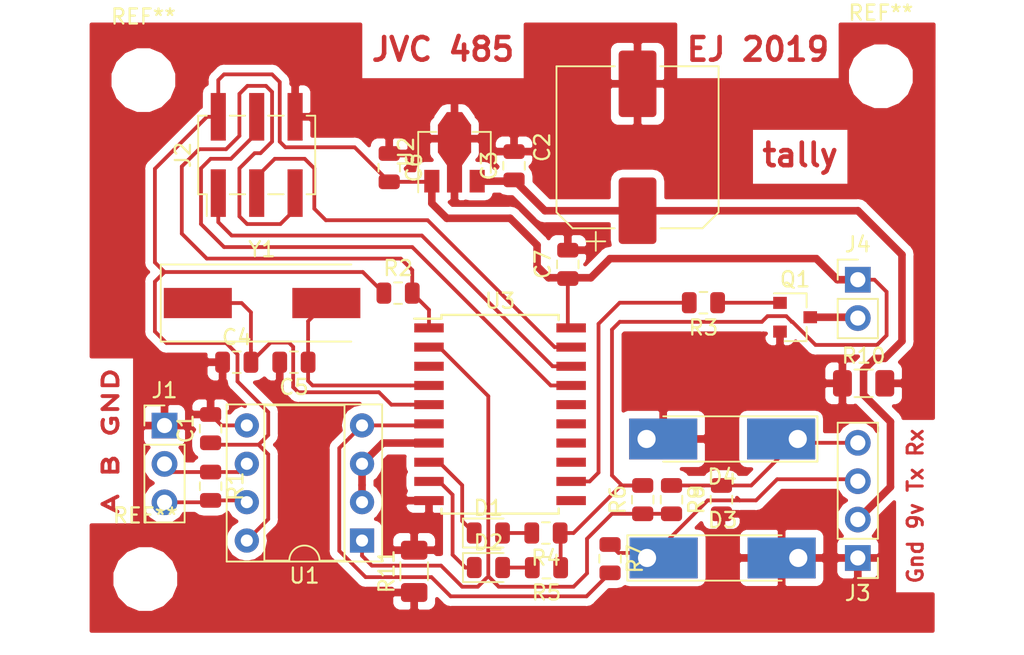
<source format=kicad_pcb>
(kicad_pcb (version 20171130) (host pcbnew 5.0.2+dfsg1-1)

  (general
    (thickness 1.6)
    (drawings 5)
    (tracks 223)
    (zones 0)
    (modules 34)
    (nets 30)
  )

  (page A4)
  (layers
    (0 F.Cu signal)
    (31 B.Cu signal)
    (32 B.Adhes user)
    (33 F.Adhes user)
    (34 B.Paste user)
    (35 F.Paste user)
    (36 B.SilkS user)
    (37 F.SilkS user)
    (38 B.Mask user)
    (39 F.Mask user)
    (40 Dwgs.User user)
    (41 Cmts.User user)
    (42 Eco1.User user)
    (43 Eco2.User user)
    (44 Edge.Cuts user)
    (45 Margin user)
    (46 B.CrtYd user)
    (47 F.CrtYd user)
    (48 B.Fab user)
    (49 F.Fab user)
  )

  (setup
    (last_trace_width 0.25)
    (user_trace_width 0.3)
    (user_trace_width 0.5)
    (trace_clearance 0.2)
    (zone_clearance 0.508)
    (zone_45_only no)
    (trace_min 0.2)
    (segment_width 0.2)
    (edge_width 0.15)
    (via_size 0.8)
    (via_drill 0.4)
    (via_min_size 0.4)
    (via_min_drill 0.3)
    (uvia_size 0.3)
    (uvia_drill 0.1)
    (uvias_allowed no)
    (uvia_min_size 0.2)
    (uvia_min_drill 0.1)
    (pcb_text_width 0.3)
    (pcb_text_size 1.5 1.5)
    (mod_edge_width 0.15)
    (mod_text_size 1 1)
    (mod_text_width 0.15)
    (pad_size 1.524 1.524)
    (pad_drill 0.762)
    (pad_to_mask_clearance 0.051)
    (solder_mask_min_width 0.25)
    (aux_axis_origin 0 0)
    (visible_elements FFFFFF7F)
    (pcbplotparams
      (layerselection 0x00000_7fffffff)
      (usegerberextensions false)
      (usegerberattributes false)
      (usegerberadvancedattributes false)
      (creategerberjobfile false)
      (excludeedgelayer false)
      (linewidth 0.100000)
      (plotframeref false)
      (viasonmask false)
      (mode 1)
      (useauxorigin false)
      (hpglpennumber 1)
      (hpglpenspeed 20)
      (hpglpendiameter 15.000000)
      (psnegative false)
      (psa4output false)
      (plotreference false)
      (plotvalue false)
      (plotinvisibletext false)
      (padsonsilk true)
      (subtractmaskfromsilk false)
      (outputformat 5)
      (mirror true)
      (drillshape 1)
      (scaleselection 1)
      (outputdirectory "/home/ejung/ags_shares/elabdaten/Projekte/Eggert/"))
  )

  (net 0 "")
  (net 1 VCC)
  (net 2 RESET)
  (net 3 "Net-(J1-Pad2)")
  (net 4 "Net-(J1-Pad3)")
  (net 5 "Net-(D3-Pad1)")
  (net 6 FROM_CAM)
  (net 7 "Net-(R3-Pad2)")
  (net 8 "Net-(Q1-Pad1)")
  (net 9 "Net-(D1-Pad2)")
  (net 10 "Net-(D2-Pad2)")
  (net 11 "Net-(D4-Pad1)")
  (net 12 FROM_CCU)
  (net 13 GND)
  (net 14 TallyOut)
  (net 15 "Net-(U3-Pad3)")
  (net 16 "Net-(C5-Pad1)")
  (net 17 "Net-(C4-Pad2)")
  (net 18 TXEN)
  (net 19 "Net-(D1-Pad1)")
  (net 20 "Net-(D2-Pad1)")
  (net 21 "Net-(U3-Pad11)")
  (net 22 "Net-(U3-Pad13)")
  (net 23 "Net-(U3-Pad14)")
  (net 24 "Net-(U3-Pad15)")
  (net 25 "Net-(U3-Pad16)")
  (net 26 MOSI)
  (net 27 MISO)
  (net 28 SCK)
  (net 29 +9V)

  (net_class Default "This is the default net class."
    (clearance 0.2)
    (trace_width 0.25)
    (via_dia 0.8)
    (via_drill 0.4)
    (uvia_dia 0.3)
    (uvia_drill 0.1)
    (add_net +9V)
    (add_net FROM_CAM)
    (add_net FROM_CCU)
    (add_net GND)
    (add_net MISO)
    (add_net MOSI)
    (add_net "Net-(C4-Pad2)")
    (add_net "Net-(C5-Pad1)")
    (add_net "Net-(D1-Pad1)")
    (add_net "Net-(D1-Pad2)")
    (add_net "Net-(D2-Pad1)")
    (add_net "Net-(D2-Pad2)")
    (add_net "Net-(D3-Pad1)")
    (add_net "Net-(D4-Pad1)")
    (add_net "Net-(J1-Pad2)")
    (add_net "Net-(J1-Pad3)")
    (add_net "Net-(Q1-Pad1)")
    (add_net "Net-(R3-Pad2)")
    (add_net "Net-(U3-Pad11)")
    (add_net "Net-(U3-Pad13)")
    (add_net "Net-(U3-Pad14)")
    (add_net "Net-(U3-Pad15)")
    (add_net "Net-(U3-Pad16)")
    (add_net "Net-(U3-Pad3)")
    (add_net RESET)
    (add_net SCK)
    (add_net TXEN)
    (add_net TallyOut)
    (add_net VCC)
  )

  (module Package_DIP:DIP-8_W7.62mm_Socket (layer F.Cu) (tedit 5A02E8C5) (tstamp 5C7C8251)
    (at 102.596991 74.032474 180)
    (descr "8-lead though-hole mounted DIP package, row spacing 7.62 mm (300 mils), Socket")
    (tags "THT DIP DIL PDIP 2.54mm 7.62mm 300mil Socket")
    (path /5C708CB1)
    (fp_text reference U1 (at 3.81 -2.33 180) (layer F.SilkS)
      (effects (font (size 1 1) (thickness 0.15)))
    )
    (fp_text value MAX485E (at 3.81 9.95 180) (layer F.Fab)
      (effects (font (size 1 1) (thickness 0.15)))
    )
    (fp_arc (start 3.81 -1.33) (end 2.81 -1.33) (angle -180) (layer F.SilkS) (width 0.12))
    (fp_line (start 1.635 -1.27) (end 6.985 -1.27) (layer F.Fab) (width 0.1))
    (fp_line (start 6.985 -1.27) (end 6.985 8.89) (layer F.Fab) (width 0.1))
    (fp_line (start 6.985 8.89) (end 0.635 8.89) (layer F.Fab) (width 0.1))
    (fp_line (start 0.635 8.89) (end 0.635 -0.27) (layer F.Fab) (width 0.1))
    (fp_line (start 0.635 -0.27) (end 1.635 -1.27) (layer F.Fab) (width 0.1))
    (fp_line (start -1.27 -1.33) (end -1.27 8.95) (layer F.Fab) (width 0.1))
    (fp_line (start -1.27 8.95) (end 8.89 8.95) (layer F.Fab) (width 0.1))
    (fp_line (start 8.89 8.95) (end 8.89 -1.33) (layer F.Fab) (width 0.1))
    (fp_line (start 8.89 -1.33) (end -1.27 -1.33) (layer F.Fab) (width 0.1))
    (fp_line (start 2.81 -1.33) (end 1.16 -1.33) (layer F.SilkS) (width 0.12))
    (fp_line (start 1.16 -1.33) (end 1.16 8.95) (layer F.SilkS) (width 0.12))
    (fp_line (start 1.16 8.95) (end 6.46 8.95) (layer F.SilkS) (width 0.12))
    (fp_line (start 6.46 8.95) (end 6.46 -1.33) (layer F.SilkS) (width 0.12))
    (fp_line (start 6.46 -1.33) (end 4.81 -1.33) (layer F.SilkS) (width 0.12))
    (fp_line (start -1.33 -1.39) (end -1.33 9.01) (layer F.SilkS) (width 0.12))
    (fp_line (start -1.33 9.01) (end 8.95 9.01) (layer F.SilkS) (width 0.12))
    (fp_line (start 8.95 9.01) (end 8.95 -1.39) (layer F.SilkS) (width 0.12))
    (fp_line (start 8.95 -1.39) (end -1.33 -1.39) (layer F.SilkS) (width 0.12))
    (fp_line (start -1.55 -1.6) (end -1.55 9.2) (layer F.CrtYd) (width 0.05))
    (fp_line (start -1.55 9.2) (end 9.15 9.2) (layer F.CrtYd) (width 0.05))
    (fp_line (start 9.15 9.2) (end 9.15 -1.6) (layer F.CrtYd) (width 0.05))
    (fp_line (start 9.15 -1.6) (end -1.55 -1.6) (layer F.CrtYd) (width 0.05))
    (fp_text user %R (at 3.81 3.81 180) (layer F.Fab)
      (effects (font (size 1 1) (thickness 0.15)))
    )
    (pad 1 thru_hole rect (at 0 0 180) (size 1.6 1.6) (drill 0.8) (layers *.Cu *.Mask)
      (net 12 FROM_CCU))
    (pad 5 thru_hole oval (at 7.62 7.62 180) (size 1.6 1.6) (drill 0.8) (layers *.Cu *.Mask)
      (net 13 GND))
    (pad 2 thru_hole oval (at 0 2.54 180) (size 1.6 1.6) (drill 0.8) (layers *.Cu *.Mask)
      (net 18 TXEN))
    (pad 6 thru_hole oval (at 7.62 5.08 180) (size 1.6 1.6) (drill 0.8) (layers *.Cu *.Mask)
      (net 3 "Net-(J1-Pad2)"))
    (pad 3 thru_hole oval (at 0 5.08 180) (size 1.6 1.6) (drill 0.8) (layers *.Cu *.Mask)
      (net 18 TXEN))
    (pad 7 thru_hole oval (at 7.62 2.54 180) (size 1.6 1.6) (drill 0.8) (layers *.Cu *.Mask)
      (net 4 "Net-(J1-Pad3)"))
    (pad 4 thru_hole oval (at 0 7.62 180) (size 1.6 1.6) (drill 0.8) (layers *.Cu *.Mask)
      (net 6 FROM_CAM))
    (pad 8 thru_hole oval (at 7.62 0 180) (size 1.6 1.6) (drill 0.8) (layers *.Cu *.Mask)
      (net 1 VCC))
    (model ${KISYS3DMOD}/Package_DIP.3dshapes/DIP-8_W7.62mm_Socket.wrl
      (at (xyz 0 0 0))
      (scale (xyz 1 1 1))
      (rotate (xyz 0 0 0))
    )
  )

  (module Resistor_SMD:R_1206_3216Metric (layer F.Cu) (tedit 5B301BBD) (tstamp 5C7D05D9)
    (at 106.045 76.07 90)
    (descr "Resistor SMD 1206 (3216 Metric), square (rectangular) end terminal, IPC_7351 nominal, (Body size source: http://www.tortai-tech.com/upload/download/2011102023233369053.pdf), generated with kicad-footprint-generator")
    (tags resistor)
    (path /5C707519)
    (attr smd)
    (fp_text reference R11 (at 0 -1.82 90) (layer F.SilkS)
      (effects (font (size 1 1) (thickness 0.15)))
    )
    (fp_text value 0R (at 0 1.82 90) (layer F.Fab)
      (effects (font (size 1 1) (thickness 0.15)))
    )
    (fp_text user %R (at 0 0 90) (layer F.Fab)
      (effects (font (size 0.8 0.8) (thickness 0.12)))
    )
    (fp_line (start 2.28 1.12) (end -2.28 1.12) (layer F.CrtYd) (width 0.05))
    (fp_line (start 2.28 -1.12) (end 2.28 1.12) (layer F.CrtYd) (width 0.05))
    (fp_line (start -2.28 -1.12) (end 2.28 -1.12) (layer F.CrtYd) (width 0.05))
    (fp_line (start -2.28 1.12) (end -2.28 -1.12) (layer F.CrtYd) (width 0.05))
    (fp_line (start -0.602064 0.91) (end 0.602064 0.91) (layer F.SilkS) (width 0.12))
    (fp_line (start -0.602064 -0.91) (end 0.602064 -0.91) (layer F.SilkS) (width 0.12))
    (fp_line (start 1.6 0.8) (end -1.6 0.8) (layer F.Fab) (width 0.1))
    (fp_line (start 1.6 -0.8) (end 1.6 0.8) (layer F.Fab) (width 0.1))
    (fp_line (start -1.6 -0.8) (end 1.6 -0.8) (layer F.Fab) (width 0.1))
    (fp_line (start -1.6 0.8) (end -1.6 -0.8) (layer F.Fab) (width 0.1))
    (pad 2 smd roundrect (at 1.4 0 90) (size 1.25 1.75) (layers F.Cu F.Paste F.Mask) (roundrect_rratio 0.2)
      (net 13 GND))
    (pad 1 smd roundrect (at -1.4 0 90) (size 1.25 1.75) (layers F.Cu F.Paste F.Mask) (roundrect_rratio 0.2)
      (net 13 GND))
    (model ${KISYS3DMOD}/Resistor_SMD.3dshapes/R_1206_3216Metric.wrl
      (at (xyz 0 0 0))
      (scale (xyz 1 1 1))
      (rotate (xyz 0 0 0))
    )
  )

  (module Resistor_SMD:R_1206_3216Metric (layer F.Cu) (tedit 5B301BBD) (tstamp 5C7D05C8)
    (at 135.766 63.627)
    (descr "Resistor SMD 1206 (3216 Metric), square (rectangular) end terminal, IPC_7351 nominal, (Body size source: http://www.tortai-tech.com/upload/download/2011102023233369053.pdf), generated with kicad-footprint-generator")
    (tags resistor)
    (path /5C6FE7DB)
    (attr smd)
    (fp_text reference R10 (at 0 -1.82) (layer F.SilkS)
      (effects (font (size 1 1) (thickness 0.15)))
    )
    (fp_text value 0R (at 0 1.82) (layer F.Fab)
      (effects (font (size 1 1) (thickness 0.15)))
    )
    (fp_line (start -1.6 0.8) (end -1.6 -0.8) (layer F.Fab) (width 0.1))
    (fp_line (start -1.6 -0.8) (end 1.6 -0.8) (layer F.Fab) (width 0.1))
    (fp_line (start 1.6 -0.8) (end 1.6 0.8) (layer F.Fab) (width 0.1))
    (fp_line (start 1.6 0.8) (end -1.6 0.8) (layer F.Fab) (width 0.1))
    (fp_line (start -0.602064 -0.91) (end 0.602064 -0.91) (layer F.SilkS) (width 0.12))
    (fp_line (start -0.602064 0.91) (end 0.602064 0.91) (layer F.SilkS) (width 0.12))
    (fp_line (start -2.28 1.12) (end -2.28 -1.12) (layer F.CrtYd) (width 0.05))
    (fp_line (start -2.28 -1.12) (end 2.28 -1.12) (layer F.CrtYd) (width 0.05))
    (fp_line (start 2.28 -1.12) (end 2.28 1.12) (layer F.CrtYd) (width 0.05))
    (fp_line (start 2.28 1.12) (end -2.28 1.12) (layer F.CrtYd) (width 0.05))
    (fp_text user %R (at 0 0) (layer F.Fab)
      (effects (font (size 0.8 0.8) (thickness 0.12)))
    )
    (pad 1 smd roundrect (at -1.4 0) (size 1.25 1.75) (layers F.Cu F.Paste F.Mask) (roundrect_rratio 0.2)
      (net 13 GND))
    (pad 2 smd roundrect (at 1.4 0) (size 1.25 1.75) (layers F.Cu F.Paste F.Mask) (roundrect_rratio 0.2)
      (net 13 GND))
    (model ${KISYS3DMOD}/Resistor_SMD.3dshapes/R_1206_3216Metric.wrl
      (at (xyz 0 0 0))
      (scale (xyz 1 1 1))
      (rotate (xyz 0 0 0))
    )
  )

  (module Connector_PinHeader_2.54mm:PinHeader_1x04_P2.54mm_Vertical (layer F.Cu) (tedit 59FED5CC) (tstamp 5C7C8A49)
    (at 135.382 75.184 180)
    (descr "Through hole straight pin header, 1x04, 2.54mm pitch, single row")
    (tags "Through hole pin header THT 1x04 2.54mm single row")
    (path /5C6F7ECF)
    (fp_text reference J3 (at 0 -2.33 180) (layer F.SilkS)
      (effects (font (size 1 1) (thickness 0.15)))
    )
    (fp_text value Conn_01x04 (at 0 9.95 180) (layer F.Fab)
      (effects (font (size 1 1) (thickness 0.15)))
    )
    (fp_text user %R (at 0 3.81 270) (layer F.Fab)
      (effects (font (size 1 1) (thickness 0.15)))
    )
    (fp_line (start 1.8 -1.8) (end -1.8 -1.8) (layer F.CrtYd) (width 0.05))
    (fp_line (start 1.8 9.4) (end 1.8 -1.8) (layer F.CrtYd) (width 0.05))
    (fp_line (start -1.8 9.4) (end 1.8 9.4) (layer F.CrtYd) (width 0.05))
    (fp_line (start -1.8 -1.8) (end -1.8 9.4) (layer F.CrtYd) (width 0.05))
    (fp_line (start -1.33 -1.33) (end 0 -1.33) (layer F.SilkS) (width 0.12))
    (fp_line (start -1.33 0) (end -1.33 -1.33) (layer F.SilkS) (width 0.12))
    (fp_line (start -1.33 1.27) (end 1.33 1.27) (layer F.SilkS) (width 0.12))
    (fp_line (start 1.33 1.27) (end 1.33 8.95) (layer F.SilkS) (width 0.12))
    (fp_line (start -1.33 1.27) (end -1.33 8.95) (layer F.SilkS) (width 0.12))
    (fp_line (start -1.33 8.95) (end 1.33 8.95) (layer F.SilkS) (width 0.12))
    (fp_line (start -1.27 -0.635) (end -0.635 -1.27) (layer F.Fab) (width 0.1))
    (fp_line (start -1.27 8.89) (end -1.27 -0.635) (layer F.Fab) (width 0.1))
    (fp_line (start 1.27 8.89) (end -1.27 8.89) (layer F.Fab) (width 0.1))
    (fp_line (start 1.27 -1.27) (end 1.27 8.89) (layer F.Fab) (width 0.1))
    (fp_line (start -0.635 -1.27) (end 1.27 -1.27) (layer F.Fab) (width 0.1))
    (pad 4 thru_hole oval (at 0 7.62 180) (size 1.7 1.7) (drill 1) (layers *.Cu *.Mask)
      (net 11 "Net-(D4-Pad1)"))
    (pad 3 thru_hole oval (at 0 5.08 180) (size 1.7 1.7) (drill 1) (layers *.Cu *.Mask)
      (net 5 "Net-(D3-Pad1)"))
    (pad 2 thru_hole oval (at 0 2.54 180) (size 1.7 1.7) (drill 1) (layers *.Cu *.Mask)
      (net 29 +9V))
    (pad 1 thru_hole rect (at 0 0 180) (size 1.7 1.7) (drill 1) (layers *.Cu *.Mask)
      (net 13 GND))
    (model ${KISYS3DMOD}/Connector_PinHeader_2.54mm.3dshapes/PinHeader_1x04_P2.54mm_Vertical.wrl
      (at (xyz 0 0 0))
      (scale (xyz 1 1 1))
      (rotate (xyz 0 0 0))
    )
  )

  (module Connector_PinHeader_2.54mm:PinHeader_1x02_P2.54mm_Vertical (layer F.Cu) (tedit 59FED5CC) (tstamp 5C7C1D79)
    (at 135.382 56.769)
    (descr "Through hole straight pin header, 1x02, 2.54mm pitch, single row")
    (tags "Through hole pin header THT 1x02 2.54mm single row")
    (path /5C708475)
    (fp_text reference J4 (at 0 -2.33) (layer F.SilkS)
      (effects (font (size 1 1) (thickness 0.15)))
    )
    (fp_text value Conn_01x02 (at 0 4.87) (layer F.Fab)
      (effects (font (size 1 1) (thickness 0.15)))
    )
    (fp_text user %R (at 0 1.27 90) (layer F.Fab)
      (effects (font (size 1 1) (thickness 0.15)))
    )
    (fp_line (start 1.8 -1.8) (end -1.8 -1.8) (layer F.CrtYd) (width 0.05))
    (fp_line (start 1.8 4.35) (end 1.8 -1.8) (layer F.CrtYd) (width 0.05))
    (fp_line (start -1.8 4.35) (end 1.8 4.35) (layer F.CrtYd) (width 0.05))
    (fp_line (start -1.8 -1.8) (end -1.8 4.35) (layer F.CrtYd) (width 0.05))
    (fp_line (start -1.33 -1.33) (end 0 -1.33) (layer F.SilkS) (width 0.12))
    (fp_line (start -1.33 0) (end -1.33 -1.33) (layer F.SilkS) (width 0.12))
    (fp_line (start -1.33 1.27) (end 1.33 1.27) (layer F.SilkS) (width 0.12))
    (fp_line (start 1.33 1.27) (end 1.33 3.87) (layer F.SilkS) (width 0.12))
    (fp_line (start -1.33 1.27) (end -1.33 3.87) (layer F.SilkS) (width 0.12))
    (fp_line (start -1.33 3.87) (end 1.33 3.87) (layer F.SilkS) (width 0.12))
    (fp_line (start -1.27 -0.635) (end -0.635 -1.27) (layer F.Fab) (width 0.1))
    (fp_line (start -1.27 3.81) (end -1.27 -0.635) (layer F.Fab) (width 0.1))
    (fp_line (start 1.27 3.81) (end -1.27 3.81) (layer F.Fab) (width 0.1))
    (fp_line (start 1.27 -1.27) (end 1.27 3.81) (layer F.Fab) (width 0.1))
    (fp_line (start -0.635 -1.27) (end 1.27 -1.27) (layer F.Fab) (width 0.1))
    (pad 2 thru_hole oval (at 0 2.54) (size 1.7 1.7) (drill 1) (layers *.Cu *.Mask)
      (net 14 TallyOut))
    (pad 1 thru_hole rect (at 0 0) (size 1.7 1.7) (drill 1) (layers *.Cu *.Mask)
      (net 1 VCC))
    (model ${KISYS3DMOD}/Connector_PinHeader_2.54mm.3dshapes/PinHeader_1x02_P2.54mm_Vertical.wrl
      (at (xyz 0 0 0))
      (scale (xyz 1 1 1))
      (rotate (xyz 0 0 0))
    )
  )

  (module Connector_PinHeader_2.54mm:PinHeader_1x03_P2.54mm_Vertical (layer F.Cu) (tedit 59FED5CC) (tstamp 5C7C46E6)
    (at 89.535 66.421)
    (descr "Through hole straight pin header, 1x03, 2.54mm pitch, single row")
    (tags "Through hole pin header THT 1x03 2.54mm single row")
    (path /5C6FA9CF)
    (fp_text reference J1 (at 0 -2.33) (layer F.SilkS)
      (effects (font (size 1 1) (thickness 0.15)))
    )
    (fp_text value Conn_01x03 (at 0 7.41) (layer F.Fab)
      (effects (font (size 1 1) (thickness 0.15)))
    )
    (fp_line (start -0.635 -1.27) (end 1.27 -1.27) (layer F.Fab) (width 0.1))
    (fp_line (start 1.27 -1.27) (end 1.27 6.35) (layer F.Fab) (width 0.1))
    (fp_line (start 1.27 6.35) (end -1.27 6.35) (layer F.Fab) (width 0.1))
    (fp_line (start -1.27 6.35) (end -1.27 -0.635) (layer F.Fab) (width 0.1))
    (fp_line (start -1.27 -0.635) (end -0.635 -1.27) (layer F.Fab) (width 0.1))
    (fp_line (start -1.33 6.41) (end 1.33 6.41) (layer F.SilkS) (width 0.12))
    (fp_line (start -1.33 1.27) (end -1.33 6.41) (layer F.SilkS) (width 0.12))
    (fp_line (start 1.33 1.27) (end 1.33 6.41) (layer F.SilkS) (width 0.12))
    (fp_line (start -1.33 1.27) (end 1.33 1.27) (layer F.SilkS) (width 0.12))
    (fp_line (start -1.33 0) (end -1.33 -1.33) (layer F.SilkS) (width 0.12))
    (fp_line (start -1.33 -1.33) (end 0 -1.33) (layer F.SilkS) (width 0.12))
    (fp_line (start -1.8 -1.8) (end -1.8 6.85) (layer F.CrtYd) (width 0.05))
    (fp_line (start -1.8 6.85) (end 1.8 6.85) (layer F.CrtYd) (width 0.05))
    (fp_line (start 1.8 6.85) (end 1.8 -1.8) (layer F.CrtYd) (width 0.05))
    (fp_line (start 1.8 -1.8) (end -1.8 -1.8) (layer F.CrtYd) (width 0.05))
    (fp_text user %R (at 0 2.54 90) (layer F.Fab)
      (effects (font (size 1 1) (thickness 0.15)))
    )
    (pad 1 thru_hole rect (at 0 0) (size 1.7 1.7) (drill 1) (layers *.Cu *.Mask)
      (net 13 GND))
    (pad 2 thru_hole oval (at 0 2.54) (size 1.7 1.7) (drill 1) (layers *.Cu *.Mask)
      (net 3 "Net-(J1-Pad2)"))
    (pad 3 thru_hole oval (at 0 5.08) (size 1.7 1.7) (drill 1) (layers *.Cu *.Mask)
      (net 4 "Net-(J1-Pad3)"))
    (model ${KISYS3DMOD}/Connector_PinHeader_2.54mm.3dshapes/PinHeader_1x03_P2.54mm_Vertical.wrl
      (at (xyz 0 0 0))
      (scale (xyz 1 1 1))
      (rotate (xyz 0 0 0))
    )
  )

  (module Connector_PinHeader_2.54mm:PinHeader_2x03_P2.54mm_Vertical_SMD (layer F.Cu) (tedit 59FED5CC) (tstamp 5C7C877C)
    (at 95.631 48.514 90)
    (descr "surface-mounted straight pin header, 2x03, 2.54mm pitch, double rows")
    (tags "Surface mounted pin header SMD 2x03 2.54mm double row")
    (path /5C7037EA)
    (attr smd)
    (fp_text reference J2 (at 0 -4.87 90) (layer F.SilkS)
      (effects (font (size 1 1) (thickness 0.15)))
    )
    (fp_text value Conn_02x03_Odd_Even (at 0 4.87 90) (layer F.Fab)
      (effects (font (size 1 1) (thickness 0.15)))
    )
    (fp_line (start 2.54 3.81) (end -2.54 3.81) (layer F.Fab) (width 0.1))
    (fp_line (start -1.59 -3.81) (end 2.54 -3.81) (layer F.Fab) (width 0.1))
    (fp_line (start -2.54 3.81) (end -2.54 -2.86) (layer F.Fab) (width 0.1))
    (fp_line (start -2.54 -2.86) (end -1.59 -3.81) (layer F.Fab) (width 0.1))
    (fp_line (start 2.54 -3.81) (end 2.54 3.81) (layer F.Fab) (width 0.1))
    (fp_line (start -2.54 -2.86) (end -3.6 -2.86) (layer F.Fab) (width 0.1))
    (fp_line (start -3.6 -2.86) (end -3.6 -2.22) (layer F.Fab) (width 0.1))
    (fp_line (start -3.6 -2.22) (end -2.54 -2.22) (layer F.Fab) (width 0.1))
    (fp_line (start 2.54 -2.86) (end 3.6 -2.86) (layer F.Fab) (width 0.1))
    (fp_line (start 3.6 -2.86) (end 3.6 -2.22) (layer F.Fab) (width 0.1))
    (fp_line (start 3.6 -2.22) (end 2.54 -2.22) (layer F.Fab) (width 0.1))
    (fp_line (start -2.54 -0.32) (end -3.6 -0.32) (layer F.Fab) (width 0.1))
    (fp_line (start -3.6 -0.32) (end -3.6 0.32) (layer F.Fab) (width 0.1))
    (fp_line (start -3.6 0.32) (end -2.54 0.32) (layer F.Fab) (width 0.1))
    (fp_line (start 2.54 -0.32) (end 3.6 -0.32) (layer F.Fab) (width 0.1))
    (fp_line (start 3.6 -0.32) (end 3.6 0.32) (layer F.Fab) (width 0.1))
    (fp_line (start 3.6 0.32) (end 2.54 0.32) (layer F.Fab) (width 0.1))
    (fp_line (start -2.54 2.22) (end -3.6 2.22) (layer F.Fab) (width 0.1))
    (fp_line (start -3.6 2.22) (end -3.6 2.86) (layer F.Fab) (width 0.1))
    (fp_line (start -3.6 2.86) (end -2.54 2.86) (layer F.Fab) (width 0.1))
    (fp_line (start 2.54 2.22) (end 3.6 2.22) (layer F.Fab) (width 0.1))
    (fp_line (start 3.6 2.22) (end 3.6 2.86) (layer F.Fab) (width 0.1))
    (fp_line (start 3.6 2.86) (end 2.54 2.86) (layer F.Fab) (width 0.1))
    (fp_line (start -2.6 -3.87) (end 2.6 -3.87) (layer F.SilkS) (width 0.12))
    (fp_line (start -2.6 3.87) (end 2.6 3.87) (layer F.SilkS) (width 0.12))
    (fp_line (start -4.04 -3.3) (end -2.6 -3.3) (layer F.SilkS) (width 0.12))
    (fp_line (start -2.6 -3.87) (end -2.6 -3.3) (layer F.SilkS) (width 0.12))
    (fp_line (start 2.6 -3.87) (end 2.6 -3.3) (layer F.SilkS) (width 0.12))
    (fp_line (start -2.6 3.3) (end -2.6 3.87) (layer F.SilkS) (width 0.12))
    (fp_line (start 2.6 3.3) (end 2.6 3.87) (layer F.SilkS) (width 0.12))
    (fp_line (start -2.6 -1.78) (end -2.6 -0.76) (layer F.SilkS) (width 0.12))
    (fp_line (start 2.6 -1.78) (end 2.6 -0.76) (layer F.SilkS) (width 0.12))
    (fp_line (start -2.6 0.76) (end -2.6 1.78) (layer F.SilkS) (width 0.12))
    (fp_line (start 2.6 0.76) (end 2.6 1.78) (layer F.SilkS) (width 0.12))
    (fp_line (start -5.9 -4.35) (end -5.9 4.35) (layer F.CrtYd) (width 0.05))
    (fp_line (start -5.9 4.35) (end 5.9 4.35) (layer F.CrtYd) (width 0.05))
    (fp_line (start 5.9 4.35) (end 5.9 -4.35) (layer F.CrtYd) (width 0.05))
    (fp_line (start 5.9 -4.35) (end -5.9 -4.35) (layer F.CrtYd) (width 0.05))
    (fp_text user %R (at 0 0) (layer F.Fab)
      (effects (font (size 1 1) (thickness 0.15)))
    )
    (pad 1 smd rect (at -2.525 -2.54 90) (size 3.15 1) (layers F.Cu F.Paste F.Mask)
      (net 27 MISO))
    (pad 2 smd rect (at 2.525 -2.54 90) (size 3.15 1) (layers F.Cu F.Paste F.Mask)
      (net 1 VCC))
    (pad 3 smd rect (at -2.525 0 90) (size 3.15 1) (layers F.Cu F.Paste F.Mask)
      (net 28 SCK))
    (pad 4 smd rect (at 2.525 0 90) (size 3.15 1) (layers F.Cu F.Paste F.Mask)
      (net 26 MOSI))
    (pad 5 smd rect (at -2.525 2.54 90) (size 3.15 1) (layers F.Cu F.Paste F.Mask)
      (net 2 RESET))
    (pad 6 smd rect (at 2.525 2.54 90) (size 3.15 1) (layers F.Cu F.Paste F.Mask)
      (net 13 GND))
    (model ${KISYS3DMOD}/Connector_PinHeader_2.54mm.3dshapes/PinHeader_2x03_P2.54mm_Vertical_SMD.wrl
      (at (xyz 0 0 0))
      (scale (xyz 1 1 1))
      (rotate (xyz 0 0 0))
    )
  )

  (module Capacitor_SMD:CP_Elec_10x10.5 (layer F.Cu) (tedit 5BCA39D1) (tstamp 5C7AAF0D)
    (at 120.815741 48.005738 90)
    (descr "SMD capacitor, aluminum electrolytic, Vishay 1010, 10.0x10.5mm, http://www.vishay.com/docs/28395/150crz.pdf")
    (tags "capacitor electrolytic")
    (path /5C707BF4)
    (attr smd)
    (fp_text reference C2 (at 0 -6.3 90) (layer F.SilkS)
      (effects (font (size 1 1) (thickness 0.15)))
    )
    (fp_text value 100µF (at 0 6.3 90) (layer F.Fab)
      (effects (font (size 1 1) (thickness 0.15)))
    )
    (fp_circle (center 0 0) (end 5 0) (layer F.Fab) (width 0.1))
    (fp_line (start 5.25 -5.25) (end 5.25 5.25) (layer F.Fab) (width 0.1))
    (fp_line (start -4.25 -5.25) (end 5.25 -5.25) (layer F.Fab) (width 0.1))
    (fp_line (start -4.25 5.25) (end 5.25 5.25) (layer F.Fab) (width 0.1))
    (fp_line (start -5.25 -4.25) (end -5.25 4.25) (layer F.Fab) (width 0.1))
    (fp_line (start -5.25 -4.25) (end -4.25 -5.25) (layer F.Fab) (width 0.1))
    (fp_line (start -5.25 4.25) (end -4.25 5.25) (layer F.Fab) (width 0.1))
    (fp_line (start -4.558325 -1.7) (end -3.558325 -1.7) (layer F.Fab) (width 0.1))
    (fp_line (start -4.058325 -2.2) (end -4.058325 -1.2) (layer F.Fab) (width 0.1))
    (fp_line (start 5.36 5.36) (end 5.36 1.51) (layer F.SilkS) (width 0.12))
    (fp_line (start 5.36 -5.36) (end 5.36 -1.51) (layer F.SilkS) (width 0.12))
    (fp_line (start -4.295563 -5.36) (end 5.36 -5.36) (layer F.SilkS) (width 0.12))
    (fp_line (start -4.295563 5.36) (end 5.36 5.36) (layer F.SilkS) (width 0.12))
    (fp_line (start -5.36 4.295563) (end -5.36 1.51) (layer F.SilkS) (width 0.12))
    (fp_line (start -5.36 -4.295563) (end -5.36 -1.51) (layer F.SilkS) (width 0.12))
    (fp_line (start -5.36 -4.295563) (end -4.295563 -5.36) (layer F.SilkS) (width 0.12))
    (fp_line (start -5.36 4.295563) (end -4.295563 5.36) (layer F.SilkS) (width 0.12))
    (fp_line (start -6.85 -2.76) (end -5.6 -2.76) (layer F.SilkS) (width 0.12))
    (fp_line (start -6.225 -3.385) (end -6.225 -2.135) (layer F.SilkS) (width 0.12))
    (fp_line (start 5.5 -5.5) (end 5.5 -1.5) (layer F.CrtYd) (width 0.05))
    (fp_line (start 5.5 -1.5) (end 6.65 -1.5) (layer F.CrtYd) (width 0.05))
    (fp_line (start 6.65 -1.5) (end 6.65 1.5) (layer F.CrtYd) (width 0.05))
    (fp_line (start 6.65 1.5) (end 5.5 1.5) (layer F.CrtYd) (width 0.05))
    (fp_line (start 5.5 1.5) (end 5.5 5.5) (layer F.CrtYd) (width 0.05))
    (fp_line (start -4.35 5.5) (end 5.5 5.5) (layer F.CrtYd) (width 0.05))
    (fp_line (start -4.35 -5.5) (end 5.5 -5.5) (layer F.CrtYd) (width 0.05))
    (fp_line (start -5.5 4.35) (end -4.35 5.5) (layer F.CrtYd) (width 0.05))
    (fp_line (start -5.5 -4.35) (end -4.35 -5.5) (layer F.CrtYd) (width 0.05))
    (fp_line (start -5.5 -4.35) (end -5.5 -1.5) (layer F.CrtYd) (width 0.05))
    (fp_line (start -5.5 1.5) (end -5.5 4.35) (layer F.CrtYd) (width 0.05))
    (fp_line (start -5.5 -1.5) (end -6.65 -1.5) (layer F.CrtYd) (width 0.05))
    (fp_line (start -6.65 -1.5) (end -6.65 1.5) (layer F.CrtYd) (width 0.05))
    (fp_line (start -6.65 1.5) (end -5.5 1.5) (layer F.CrtYd) (width 0.05))
    (fp_text user %R (at 0 0 90) (layer F.Fab)
      (effects (font (size 1 1) (thickness 0.15)))
    )
    (pad 1 smd roundrect (at -4.2 0 90) (size 4.4 2.5) (layers F.Cu F.Paste F.Mask) (roundrect_rratio 0.1)
      (net 29 +9V))
    (pad 2 smd roundrect (at 4.2 0 90) (size 4.4 2.5) (layers F.Cu F.Paste F.Mask) (roundrect_rratio 0.1)
      (net 13 GND))
    (model ${KISYS3DMOD}/Capacitor_SMD.3dshapes/CP_Elec_10x10.5.wrl
      (at (xyz 0 0 0))
      (scale (xyz 1 1 1))
      (rotate (xyz 0 0 0))
    )
  )

  (module Capacitor_SMD:C_0805_2012Metric (layer F.Cu) (tedit 5B36C52B) (tstamp 5C7AAEE5)
    (at 112.649 49.2275 90)
    (descr "Capacitor SMD 0805 (2012 Metric), square (rectangular) end terminal, IPC_7351 nominal, (Body size source: https://docs.google.com/spreadsheets/d/1BsfQQcO9C6DZCsRaXUlFlo91Tg2WpOkGARC1WS5S8t0/edit?usp=sharing), generated with kicad-footprint-generator")
    (tags capacitor)
    (path /5C6F5C4B)
    (attr smd)
    (fp_text reference C3 (at 0 -1.65 90) (layer F.SilkS)
      (effects (font (size 1 1) (thickness 0.15)))
    )
    (fp_text value 100n (at 0 1.65 90) (layer F.Fab)
      (effects (font (size 1 1) (thickness 0.15)))
    )
    (fp_text user %R (at 0 0 90) (layer F.Fab)
      (effects (font (size 0.5 0.5) (thickness 0.08)))
    )
    (fp_line (start 1.68 0.95) (end -1.68 0.95) (layer F.CrtYd) (width 0.05))
    (fp_line (start 1.68 -0.95) (end 1.68 0.95) (layer F.CrtYd) (width 0.05))
    (fp_line (start -1.68 -0.95) (end 1.68 -0.95) (layer F.CrtYd) (width 0.05))
    (fp_line (start -1.68 0.95) (end -1.68 -0.95) (layer F.CrtYd) (width 0.05))
    (fp_line (start -0.258578 0.71) (end 0.258578 0.71) (layer F.SilkS) (width 0.12))
    (fp_line (start -0.258578 -0.71) (end 0.258578 -0.71) (layer F.SilkS) (width 0.12))
    (fp_line (start 1 0.6) (end -1 0.6) (layer F.Fab) (width 0.1))
    (fp_line (start 1 -0.6) (end 1 0.6) (layer F.Fab) (width 0.1))
    (fp_line (start -1 -0.6) (end 1 -0.6) (layer F.Fab) (width 0.1))
    (fp_line (start -1 0.6) (end -1 -0.6) (layer F.Fab) (width 0.1))
    (pad 2 smd roundrect (at 0.9375 0 90) (size 0.975 1.4) (layers F.Cu F.Paste F.Mask) (roundrect_rratio 0.25)
      (net 13 GND))
    (pad 1 smd roundrect (at -0.9375 0 90) (size 0.975 1.4) (layers F.Cu F.Paste F.Mask) (roundrect_rratio 0.25)
      (net 29 +9V))
    (model ${KISYS3DMOD}/Capacitor_SMD.3dshapes/C_0805_2012Metric.wrl
      (at (xyz 0 0 0))
      (scale (xyz 1 1 1))
      (rotate (xyz 0 0 0))
    )
  )

  (module Capacitor_SMD:C_0805_2012Metric (layer F.Cu) (tedit 5B36C52B) (tstamp 5C7C531F)
    (at 94.3125 62.23)
    (descr "Capacitor SMD 0805 (2012 Metric), square (rectangular) end terminal, IPC_7351 nominal, (Body size source: https://docs.google.com/spreadsheets/d/1BsfQQcO9C6DZCsRaXUlFlo91Tg2WpOkGARC1WS5S8t0/edit?usp=sharing), generated with kicad-footprint-generator")
    (tags capacitor)
    (path /5C6F596F)
    (attr smd)
    (fp_text reference C4 (at 0 -1.65) (layer F.SilkS)
      (effects (font (size 1 1) (thickness 0.15)))
    )
    (fp_text value 22p (at 0 1.65) (layer F.Fab)
      (effects (font (size 1 1) (thickness 0.15)))
    )
    (fp_line (start -1 0.6) (end -1 -0.6) (layer F.Fab) (width 0.1))
    (fp_line (start -1 -0.6) (end 1 -0.6) (layer F.Fab) (width 0.1))
    (fp_line (start 1 -0.6) (end 1 0.6) (layer F.Fab) (width 0.1))
    (fp_line (start 1 0.6) (end -1 0.6) (layer F.Fab) (width 0.1))
    (fp_line (start -0.258578 -0.71) (end 0.258578 -0.71) (layer F.SilkS) (width 0.12))
    (fp_line (start -0.258578 0.71) (end 0.258578 0.71) (layer F.SilkS) (width 0.12))
    (fp_line (start -1.68 0.95) (end -1.68 -0.95) (layer F.CrtYd) (width 0.05))
    (fp_line (start -1.68 -0.95) (end 1.68 -0.95) (layer F.CrtYd) (width 0.05))
    (fp_line (start 1.68 -0.95) (end 1.68 0.95) (layer F.CrtYd) (width 0.05))
    (fp_line (start 1.68 0.95) (end -1.68 0.95) (layer F.CrtYd) (width 0.05))
    (fp_text user %R (at 0 0) (layer F.Fab)
      (effects (font (size 0.5 0.5) (thickness 0.08)))
    )
    (pad 1 smd roundrect (at -0.9375 0) (size 0.975 1.4) (layers F.Cu F.Paste F.Mask) (roundrect_rratio 0.25)
      (net 13 GND))
    (pad 2 smd roundrect (at 0.9375 0) (size 0.975 1.4) (layers F.Cu F.Paste F.Mask) (roundrect_rratio 0.25)
      (net 17 "Net-(C4-Pad2)"))
    (model ${KISYS3DMOD}/Capacitor_SMD.3dshapes/C_0805_2012Metric.wrl
      (at (xyz 0 0 0))
      (scale (xyz 1 1 1))
      (rotate (xyz 0 0 0))
    )
  )

  (module Capacitor_SMD:C_0805_2012Metric (layer F.Cu) (tedit 5C6F8503) (tstamp 5C7C54E7)
    (at 98.0925 62.23 180)
    (descr "Capacitor SMD 0805 (2012 Metric), square (rectangular) end terminal, IPC_7351 nominal, (Body size source: https://docs.google.com/spreadsheets/d/1BsfQQcO9C6DZCsRaXUlFlo91Tg2WpOkGARC1WS5S8t0/edit?usp=sharing), generated with kicad-footprint-generator")
    (tags capacitor)
    (path /5C6F5921)
    (attr smd)
    (fp_text reference C5 (at 0 -1.65 180) (layer F.SilkS)
      (effects (font (size 1 1) (thickness 0.15)))
    )
    (fp_text value 22p (at 0 1.65 180) (layer F.Fab)
      (effects (font (size 1 1) (thickness 0.15)))
    )
    (fp_line (start -1 0.6) (end -1 -0.6) (layer F.Fab) (width 0.1))
    (fp_line (start -1 -0.6) (end 1 -0.6) (layer F.Fab) (width 0.1))
    (fp_line (start 1 -0.6) (end 1 0.6) (layer F.Fab) (width 0.1))
    (fp_line (start 1 0.6) (end -1 0.6) (layer F.Fab) (width 0.1))
    (fp_line (start -0.258578 -0.71) (end 0.258578 -0.71) (layer F.SilkS) (width 0.12))
    (fp_line (start -0.258578 0.71) (end 0.258578 0.71) (layer F.SilkS) (width 0.12))
    (fp_line (start -1.68 0.95) (end -1.68 -0.95) (layer F.CrtYd) (width 0.05))
    (fp_line (start -1.68 -0.95) (end 1.68 -0.95) (layer F.CrtYd) (width 0.05))
    (fp_line (start 1.68 -0.95) (end 1.68 0.95) (layer F.CrtYd) (width 0.05))
    (fp_line (start 1.68 0.95) (end -1.68 0.95) (layer F.CrtYd) (width 0.05))
    (fp_text user %R (at 0 0 180) (layer F.Fab)
      (effects (font (size 0.5 0.5) (thickness 0.08)))
    )
    (pad 1 smd roundrect (at -0.9375 0 180) (size 0.975 1.4) (layers F.Cu F.Paste F.Mask) (roundrect_rratio 0.25)
      (net 16 "Net-(C5-Pad1)"))
    (pad 2 smd roundrect (at 0.9375 0 180) (size 0.975 1.4) (layers F.Cu F.Paste F.Mask) (roundrect_rratio 0.25)
      (net 13 GND))
    (model ${KISYS3DMOD}/Capacitor_SMD.3dshapes/C_0805_2012Metric.wrl
      (at (xyz 0 0 0))
      (scale (xyz 1 1 1))
      (rotate (xyz 0 0 0))
    )
  )

  (module Capacitor_SMD:C_0805_2012Metric (layer F.Cu) (tedit 5B36C52B) (tstamp 5C7AAEB2)
    (at 104.394 49.3545 270)
    (descr "Capacitor SMD 0805 (2012 Metric), square (rectangular) end terminal, IPC_7351 nominal, (Body size source: https://docs.google.com/spreadsheets/d/1BsfQQcO9C6DZCsRaXUlFlo91Tg2WpOkGARC1WS5S8t0/edit?usp=sharing), generated with kicad-footprint-generator")
    (tags capacitor)
    (path /5C6F5C9D)
    (attr smd)
    (fp_text reference C6 (at 0 -1.65 270) (layer F.SilkS)
      (effects (font (size 1 1) (thickness 0.15)))
    )
    (fp_text value 100n (at 0 1.65 270) (layer F.Fab)
      (effects (font (size 1 1) (thickness 0.15)))
    )
    (fp_line (start -1 0.6) (end -1 -0.6) (layer F.Fab) (width 0.1))
    (fp_line (start -1 -0.6) (end 1 -0.6) (layer F.Fab) (width 0.1))
    (fp_line (start 1 -0.6) (end 1 0.6) (layer F.Fab) (width 0.1))
    (fp_line (start 1 0.6) (end -1 0.6) (layer F.Fab) (width 0.1))
    (fp_line (start -0.258578 -0.71) (end 0.258578 -0.71) (layer F.SilkS) (width 0.12))
    (fp_line (start -0.258578 0.71) (end 0.258578 0.71) (layer F.SilkS) (width 0.12))
    (fp_line (start -1.68 0.95) (end -1.68 -0.95) (layer F.CrtYd) (width 0.05))
    (fp_line (start -1.68 -0.95) (end 1.68 -0.95) (layer F.CrtYd) (width 0.05))
    (fp_line (start 1.68 -0.95) (end 1.68 0.95) (layer F.CrtYd) (width 0.05))
    (fp_line (start 1.68 0.95) (end -1.68 0.95) (layer F.CrtYd) (width 0.05))
    (fp_text user %R (at 0 0 270) (layer F.Fab)
      (effects (font (size 0.5 0.5) (thickness 0.08)))
    )
    (pad 1 smd roundrect (at -0.9375 0 270) (size 0.975 1.4) (layers F.Cu F.Paste F.Mask) (roundrect_rratio 0.25)
      (net 13 GND))
    (pad 2 smd roundrect (at 0.9375 0 270) (size 0.975 1.4) (layers F.Cu F.Paste F.Mask) (roundrect_rratio 0.25)
      (net 1 VCC))
    (model ${KISYS3DMOD}/Capacitor_SMD.3dshapes/C_0805_2012Metric.wrl
      (at (xyz 0 0 0))
      (scale (xyz 1 1 1))
      (rotate (xyz 0 0 0))
    )
  )

  (module Capacitor_SMD:C_0805_2012Metric (layer F.Cu) (tedit 5B36C52B) (tstamp 5C7CD35E)
    (at 116.205 55.753 90)
    (descr "Capacitor SMD 0805 (2012 Metric), square (rectangular) end terminal, IPC_7351 nominal, (Body size source: https://docs.google.com/spreadsheets/d/1BsfQQcO9C6DZCsRaXUlFlo91Tg2WpOkGARC1WS5S8t0/edit?usp=sharing), generated with kicad-footprint-generator")
    (tags capacitor)
    (path /5C6F524C)
    (attr smd)
    (fp_text reference C7 (at 0 -1.65 90) (layer F.SilkS)
      (effects (font (size 1 1) (thickness 0.15)))
    )
    (fp_text value 100n (at 0 1.65 90) (layer F.Fab)
      (effects (font (size 1 1) (thickness 0.15)))
    )
    (fp_text user %R (at 0 0 90) (layer F.Fab)
      (effects (font (size 0.5 0.5) (thickness 0.08)))
    )
    (fp_line (start 1.68 0.95) (end -1.68 0.95) (layer F.CrtYd) (width 0.05))
    (fp_line (start 1.68 -0.95) (end 1.68 0.95) (layer F.CrtYd) (width 0.05))
    (fp_line (start -1.68 -0.95) (end 1.68 -0.95) (layer F.CrtYd) (width 0.05))
    (fp_line (start -1.68 0.95) (end -1.68 -0.95) (layer F.CrtYd) (width 0.05))
    (fp_line (start -0.258578 0.71) (end 0.258578 0.71) (layer F.SilkS) (width 0.12))
    (fp_line (start -0.258578 -0.71) (end 0.258578 -0.71) (layer F.SilkS) (width 0.12))
    (fp_line (start 1 0.6) (end -1 0.6) (layer F.Fab) (width 0.1))
    (fp_line (start 1 -0.6) (end 1 0.6) (layer F.Fab) (width 0.1))
    (fp_line (start -1 -0.6) (end 1 -0.6) (layer F.Fab) (width 0.1))
    (fp_line (start -1 0.6) (end -1 -0.6) (layer F.Fab) (width 0.1))
    (pad 2 smd roundrect (at 0.9375 0 90) (size 0.975 1.4) (layers F.Cu F.Paste F.Mask) (roundrect_rratio 0.25)
      (net 13 GND))
    (pad 1 smd roundrect (at -0.9375 0 90) (size 0.975 1.4) (layers F.Cu F.Paste F.Mask) (roundrect_rratio 0.25)
      (net 1 VCC))
    (model ${KISYS3DMOD}/Capacitor_SMD.3dshapes/C_0805_2012Metric.wrl
      (at (xyz 0 0 0))
      (scale (xyz 1 1 1))
      (rotate (xyz 0 0 0))
    )
  )

  (module Capacitor_SMD:C_0805_2012Metric (layer F.Cu) (tedit 5B36C52B) (tstamp 5C7CAF46)
    (at 92.583 66.6265 90)
    (descr "Capacitor SMD 0805 (2012 Metric), square (rectangular) end terminal, IPC_7351 nominal, (Body size source: https://docs.google.com/spreadsheets/d/1BsfQQcO9C6DZCsRaXUlFlo91Tg2WpOkGARC1WS5S8t0/edit?usp=sharing), generated with kicad-footprint-generator")
    (tags capacitor)
    (path /5C6F5212)
    (attr smd)
    (fp_text reference C1 (at 0 -1.65 90) (layer F.SilkS)
      (effects (font (size 1 1) (thickness 0.15)))
    )
    (fp_text value 100n (at 0 1.65 90) (layer F.Fab)
      (effects (font (size 1 1) (thickness 0.15)))
    )
    (fp_line (start -1 0.6) (end -1 -0.6) (layer F.Fab) (width 0.1))
    (fp_line (start -1 -0.6) (end 1 -0.6) (layer F.Fab) (width 0.1))
    (fp_line (start 1 -0.6) (end 1 0.6) (layer F.Fab) (width 0.1))
    (fp_line (start 1 0.6) (end -1 0.6) (layer F.Fab) (width 0.1))
    (fp_line (start -0.258578 -0.71) (end 0.258578 -0.71) (layer F.SilkS) (width 0.12))
    (fp_line (start -0.258578 0.71) (end 0.258578 0.71) (layer F.SilkS) (width 0.12))
    (fp_line (start -1.68 0.95) (end -1.68 -0.95) (layer F.CrtYd) (width 0.05))
    (fp_line (start -1.68 -0.95) (end 1.68 -0.95) (layer F.CrtYd) (width 0.05))
    (fp_line (start 1.68 -0.95) (end 1.68 0.95) (layer F.CrtYd) (width 0.05))
    (fp_line (start 1.68 0.95) (end -1.68 0.95) (layer F.CrtYd) (width 0.05))
    (fp_text user %R (at 0 0 90) (layer F.Fab)
      (effects (font (size 0.5 0.5) (thickness 0.08)))
    )
    (pad 1 smd roundrect (at -0.9375 0 90) (size 0.975 1.4) (layers F.Cu F.Paste F.Mask) (roundrect_rratio 0.25)
      (net 1 VCC))
    (pad 2 smd roundrect (at 0.9375 0 90) (size 0.975 1.4) (layers F.Cu F.Paste F.Mask) (roundrect_rratio 0.25)
      (net 13 GND))
    (model ${KISYS3DMOD}/Capacitor_SMD.3dshapes/C_0805_2012Metric.wrl
      (at (xyz 0 0 0))
      (scale (xyz 1 1 1))
      (rotate (xyz 0 0 0))
    )
  )

  (module Crystal:Crystal_SMD_HC49-SD (layer F.Cu) (tedit 5A1AD52C) (tstamp 5C7AAE1E)
    (at 95.9866 58.31332)
    (descr "SMD Crystal HC-49-SD http://cdn-reichelt.de/documents/datenblatt/B400/xxx-HC49-SMD.pdf, 11.4x4.7mm^2 package")
    (tags "SMD SMT crystal")
    (path /5C6F5D63)
    (attr smd)
    (fp_text reference Y1 (at 0 -3.55) (layer F.SilkS)
      (effects (font (size 1 1) (thickness 0.15)))
    )
    (fp_text value Crystal (at 0 3.55) (layer F.Fab)
      (effects (font (size 1 1) (thickness 0.15)))
    )
    (fp_text user %R (at 0 0) (layer F.Fab)
      (effects (font (size 1 1) (thickness 0.15)))
    )
    (fp_line (start -5.7 -2.35) (end -5.7 2.35) (layer F.Fab) (width 0.1))
    (fp_line (start -5.7 2.35) (end 5.7 2.35) (layer F.Fab) (width 0.1))
    (fp_line (start 5.7 2.35) (end 5.7 -2.35) (layer F.Fab) (width 0.1))
    (fp_line (start 5.7 -2.35) (end -5.7 -2.35) (layer F.Fab) (width 0.1))
    (fp_line (start -3.015 -2.115) (end 3.015 -2.115) (layer F.Fab) (width 0.1))
    (fp_line (start -3.015 2.115) (end 3.015 2.115) (layer F.Fab) (width 0.1))
    (fp_line (start 5.9 -2.55) (end -6.7 -2.55) (layer F.SilkS) (width 0.12))
    (fp_line (start -6.7 -2.55) (end -6.7 2.55) (layer F.SilkS) (width 0.12))
    (fp_line (start -6.7 2.55) (end 5.9 2.55) (layer F.SilkS) (width 0.12))
    (fp_line (start -6.8 -2.6) (end -6.8 2.6) (layer F.CrtYd) (width 0.05))
    (fp_line (start -6.8 2.6) (end 6.8 2.6) (layer F.CrtYd) (width 0.05))
    (fp_line (start 6.8 2.6) (end 6.8 -2.6) (layer F.CrtYd) (width 0.05))
    (fp_line (start 6.8 -2.6) (end -6.8 -2.6) (layer F.CrtYd) (width 0.05))
    (fp_arc (start -3.015 0) (end -3.015 -2.115) (angle -180) (layer F.Fab) (width 0.1))
    (fp_arc (start 3.015 0) (end 3.015 -2.115) (angle 180) (layer F.Fab) (width 0.1))
    (pad 1 smd rect (at -4.25 0) (size 4.5 2) (layers F.Cu F.Paste F.Mask)
      (net 17 "Net-(C4-Pad2)"))
    (pad 2 smd rect (at 4.25 0) (size 4.5 2) (layers F.Cu F.Paste F.Mask)
      (net 16 "Net-(C5-Pad1)"))
    (model ${KISYS3DMOD}/Crystal.3dshapes/Crystal_SMD_HC49-SD.wrl
      (at (xyz 0 0 0))
      (scale (xyz 1 1 1))
      (rotate (xyz 0 0 0))
    )
  )

  (module Diode_SMD:D_MELF-RM10_Universal_Handsoldering (layer F.Cu) (tedit 5905D8D3) (tstamp 5C7C899B)
    (at 126.412 67.31 180)
    (descr "Diode, Universal, MELF, RM10, Handsoldering, SMD, Thruhole,")
    (tags "Diode Universal MELF RM10 Handsoldering SMD Thruhole ")
    (path /5C6FEE29)
    (fp_text reference D4 (at 0 -2.5 180) (layer F.SilkS)
      (effects (font (size 1 1) (thickness 0.15)))
    )
    (fp_text value 3v6 (at 0 2.5 180) (layer F.Fab)
      (effects (font (size 1 1) (thickness 0.15)))
    )
    (fp_text user %R (at 0 -2.5 180) (layer F.Fab)
      (effects (font (size 1 1) (thickness 0.15)))
    )
    (fp_line (start 3.9 -1.5) (end -6.3 -1.5) (layer F.SilkS) (width 0.12))
    (fp_line (start -6.3 -1.5) (end -6.3 1.5) (layer F.SilkS) (width 0.12))
    (fp_line (start -6.3 1.5) (end 3.9 1.5) (layer F.SilkS) (width 0.12))
    (fp_line (start 2.6 -1.3) (end -2.6 -1.3) (layer F.Fab) (width 0.1))
    (fp_line (start -2.6 -1.3) (end -2.6 1.3) (layer F.Fab) (width 0.1))
    (fp_line (start -2.6 1.3) (end 2.6 1.3) (layer F.Fab) (width 0.1))
    (fp_line (start 2.6 1.3) (end 2.6 -1.3) (layer F.Fab) (width 0.1))
    (fp_line (start -0.64944 0.00102) (end -1.55114 0.00102) (layer F.Fab) (width 0.1))
    (fp_line (start 0.50118 0.00102) (end 1.4994 0.00102) (layer F.Fab) (width 0.1))
    (fp_line (start -0.64944 -0.79908) (end -0.64944 0.80112) (layer F.Fab) (width 0.1))
    (fp_line (start 0.50118 0.75032) (end 0.50118 -0.79908) (layer F.Fab) (width 0.1))
    (fp_line (start -0.64944 0.00102) (end 0.50118 0.75032) (layer F.Fab) (width 0.1))
    (fp_line (start -0.64944 0.00102) (end 0.50118 -0.79908) (layer F.Fab) (width 0.1))
    (fp_line (start -6.4 -1.6) (end 6.4 -1.6) (layer F.CrtYd) (width 0.05))
    (fp_line (start 6.4 -1.6) (end 6.4 1.6) (layer F.CrtYd) (width 0.05))
    (fp_line (start 6.4 1.6) (end -6.4 1.6) (layer F.CrtYd) (width 0.05))
    (fp_line (start -6.4 1.6) (end -6.4 -1.6) (layer F.CrtYd) (width 0.05))
    (pad 1 thru_hole rect (at -5 0 180) (size 4.5 2.7) (drill 1.19888 (offset 1.1 0)) (layers *.Cu *.Mask)
      (net 11 "Net-(D4-Pad1)"))
    (pad 2 thru_hole rect (at 5 0) (size 4.5 2.7) (drill 1.19888 (offset 1.1 0)) (layers *.Cu *.Mask)
      (net 13 GND))
    (model ${KISYS3DMOD}/Diode_SMD.3dshapes/D_MELF.wrl
      (at (xyz 0 0 0))
      (scale (xyz 1 1 1))
      (rotate (xyz 0 0 0))
    )
  )

  (module Diode_SMD:D_MELF-RM10_Universal_Handsoldering (layer F.Cu) (tedit 5905D8D3) (tstamp 5C7C8953)
    (at 126.445 75.184)
    (descr "Diode, Universal, MELF, RM10, Handsoldering, SMD, Thruhole,")
    (tags "Diode Universal MELF RM10 Handsoldering SMD Thruhole ")
    (path /5C70269F)
    (fp_text reference D3 (at 0 -2.5) (layer F.SilkS)
      (effects (font (size 1 1) (thickness 0.15)))
    )
    (fp_text value 3v6 (at 0 2.5) (layer F.Fab)
      (effects (font (size 1 1) (thickness 0.15)))
    )
    (fp_line (start -6.4 1.6) (end -6.4 -1.6) (layer F.CrtYd) (width 0.05))
    (fp_line (start 6.4 1.6) (end -6.4 1.6) (layer F.CrtYd) (width 0.05))
    (fp_line (start 6.4 -1.6) (end 6.4 1.6) (layer F.CrtYd) (width 0.05))
    (fp_line (start -6.4 -1.6) (end 6.4 -1.6) (layer F.CrtYd) (width 0.05))
    (fp_line (start -0.64944 0.00102) (end 0.50118 -0.79908) (layer F.Fab) (width 0.1))
    (fp_line (start -0.64944 0.00102) (end 0.50118 0.75032) (layer F.Fab) (width 0.1))
    (fp_line (start 0.50118 0.75032) (end 0.50118 -0.79908) (layer F.Fab) (width 0.1))
    (fp_line (start -0.64944 -0.79908) (end -0.64944 0.80112) (layer F.Fab) (width 0.1))
    (fp_line (start 0.50118 0.00102) (end 1.4994 0.00102) (layer F.Fab) (width 0.1))
    (fp_line (start -0.64944 0.00102) (end -1.55114 0.00102) (layer F.Fab) (width 0.1))
    (fp_line (start 2.6 1.3) (end 2.6 -1.3) (layer F.Fab) (width 0.1))
    (fp_line (start -2.6 1.3) (end 2.6 1.3) (layer F.Fab) (width 0.1))
    (fp_line (start -2.6 -1.3) (end -2.6 1.3) (layer F.Fab) (width 0.1))
    (fp_line (start 2.6 -1.3) (end -2.6 -1.3) (layer F.Fab) (width 0.1))
    (fp_line (start -6.3 1.5) (end 3.9 1.5) (layer F.SilkS) (width 0.12))
    (fp_line (start -6.3 -1.5) (end -6.3 1.5) (layer F.SilkS) (width 0.12))
    (fp_line (start 3.9 -1.5) (end -6.3 -1.5) (layer F.SilkS) (width 0.12))
    (fp_text user %R (at 0 -2.5) (layer F.Fab)
      (effects (font (size 1 1) (thickness 0.15)))
    )
    (pad 2 thru_hole rect (at 5 0 180) (size 4.5 2.7) (drill 1.19888 (offset 1.1 0)) (layers *.Cu *.Mask)
      (net 13 GND))
    (pad 1 thru_hole rect (at -5 0) (size 4.5 2.7) (drill 1.19888 (offset 1.1 0)) (layers *.Cu *.Mask)
      (net 5 "Net-(D3-Pad1)"))
    (model ${KISYS3DMOD}/Diode_SMD.3dshapes/D_MELF.wrl
      (at (xyz 0 0 0))
      (scale (xyz 1 1 1))
      (rotate (xyz 0 0 0))
    )
  )

  (module LED_SMD:LED_0805_2012Metric (layer F.Cu) (tedit 5B36C52C) (tstamp 5C7C4D5D)
    (at 110.9495 73.533)
    (descr "LED SMD 0805 (2012 Metric), square (rectangular) end terminal, IPC_7351 nominal, (Body size source: https://docs.google.com/spreadsheets/d/1BsfQQcO9C6DZCsRaXUlFlo91Tg2WpOkGARC1WS5S8t0/edit?usp=sharing), generated with kicad-footprint-generator")
    (tags diode)
    (path /5C704D7A)
    (attr smd)
    (fp_text reference D1 (at 0 -1.65) (layer F.SilkS)
      (effects (font (size 1 1) (thickness 0.15)))
    )
    (fp_text value LED (at 0 1.65) (layer F.Fab)
      (effects (font (size 1 1) (thickness 0.15)))
    )
    (fp_text user %R (at 0 0) (layer F.Fab)
      (effects (font (size 0.5 0.5) (thickness 0.08)))
    )
    (fp_line (start 1.68 0.95) (end -1.68 0.95) (layer F.CrtYd) (width 0.05))
    (fp_line (start 1.68 -0.95) (end 1.68 0.95) (layer F.CrtYd) (width 0.05))
    (fp_line (start -1.68 -0.95) (end 1.68 -0.95) (layer F.CrtYd) (width 0.05))
    (fp_line (start -1.68 0.95) (end -1.68 -0.95) (layer F.CrtYd) (width 0.05))
    (fp_line (start -1.685 0.96) (end 1 0.96) (layer F.SilkS) (width 0.12))
    (fp_line (start -1.685 -0.96) (end -1.685 0.96) (layer F.SilkS) (width 0.12))
    (fp_line (start 1 -0.96) (end -1.685 -0.96) (layer F.SilkS) (width 0.12))
    (fp_line (start 1 0.6) (end 1 -0.6) (layer F.Fab) (width 0.1))
    (fp_line (start -1 0.6) (end 1 0.6) (layer F.Fab) (width 0.1))
    (fp_line (start -1 -0.3) (end -1 0.6) (layer F.Fab) (width 0.1))
    (fp_line (start -0.7 -0.6) (end -1 -0.3) (layer F.Fab) (width 0.1))
    (fp_line (start 1 -0.6) (end -0.7 -0.6) (layer F.Fab) (width 0.1))
    (pad 2 smd roundrect (at 0.9375 0) (size 0.975 1.4) (layers F.Cu F.Paste F.Mask) (roundrect_rratio 0.25)
      (net 9 "Net-(D1-Pad2)"))
    (pad 1 smd roundrect (at -0.9375 0) (size 0.975 1.4) (layers F.Cu F.Paste F.Mask) (roundrect_rratio 0.25)
      (net 19 "Net-(D1-Pad1)"))
    (model ${KISYS3DMOD}/LED_SMD.3dshapes/LED_0805_2012Metric.wrl
      (at (xyz 0 0 0))
      (scale (xyz 1 1 1))
      (rotate (xyz 0 0 0))
    )
  )

  (module LED_SMD:LED_0805_2012Metric (layer F.Cu) (tedit 5B36C52C) (tstamp 5C7C507D)
    (at 110.95506 75.819)
    (descr "LED SMD 0805 (2012 Metric), square (rectangular) end terminal, IPC_7351 nominal, (Body size source: https://docs.google.com/spreadsheets/d/1BsfQQcO9C6DZCsRaXUlFlo91Tg2WpOkGARC1WS5S8t0/edit?usp=sharing), generated with kicad-footprint-generator")
    (tags diode)
    (path /5C705070)
    (attr smd)
    (fp_text reference D2 (at 0 -1.65) (layer F.SilkS)
      (effects (font (size 1 1) (thickness 0.15)))
    )
    (fp_text value LED (at 0 1.65) (layer F.Fab)
      (effects (font (size 1 1) (thickness 0.15)))
    )
    (fp_line (start 1 -0.6) (end -0.7 -0.6) (layer F.Fab) (width 0.1))
    (fp_line (start -0.7 -0.6) (end -1 -0.3) (layer F.Fab) (width 0.1))
    (fp_line (start -1 -0.3) (end -1 0.6) (layer F.Fab) (width 0.1))
    (fp_line (start -1 0.6) (end 1 0.6) (layer F.Fab) (width 0.1))
    (fp_line (start 1 0.6) (end 1 -0.6) (layer F.Fab) (width 0.1))
    (fp_line (start 1 -0.96) (end -1.685 -0.96) (layer F.SilkS) (width 0.12))
    (fp_line (start -1.685 -0.96) (end -1.685 0.96) (layer F.SilkS) (width 0.12))
    (fp_line (start -1.685 0.96) (end 1 0.96) (layer F.SilkS) (width 0.12))
    (fp_line (start -1.68 0.95) (end -1.68 -0.95) (layer F.CrtYd) (width 0.05))
    (fp_line (start -1.68 -0.95) (end 1.68 -0.95) (layer F.CrtYd) (width 0.05))
    (fp_line (start 1.68 -0.95) (end 1.68 0.95) (layer F.CrtYd) (width 0.05))
    (fp_line (start 1.68 0.95) (end -1.68 0.95) (layer F.CrtYd) (width 0.05))
    (fp_text user %R (at 0 0) (layer F.Fab)
      (effects (font (size 0.5 0.5) (thickness 0.08)))
    )
    (pad 1 smd roundrect (at -0.9375 0) (size 0.975 1.4) (layers F.Cu F.Paste F.Mask) (roundrect_rratio 0.25)
      (net 20 "Net-(D2-Pad1)"))
    (pad 2 smd roundrect (at 0.9375 0) (size 0.975 1.4) (layers F.Cu F.Paste F.Mask) (roundrect_rratio 0.25)
      (net 10 "Net-(D2-Pad2)"))
    (model ${KISYS3DMOD}/LED_SMD.3dshapes/LED_0805_2012Metric.wrl
      (at (xyz 0 0 0))
      (scale (xyz 1 1 1))
      (rotate (xyz 0 0 0))
    )
  )

  (module Package_SO:SOIC-20W_7.5x12.8mm_P1.27mm (layer F.Cu) (tedit 5A02F2D3) (tstamp 5C7AAD96)
    (at 111.72444 65.67424)
    (descr "20-Lead Plastic Small Outline (SO) - Wide, 7.50 mm Body [SOIC] (see Microchip Packaging Specification 00000049BS.pdf)")
    (tags "SOIC 1.27")
    (path /5C6F4FFC)
    (attr smd)
    (fp_text reference U3 (at 0 -7.5) (layer F.SilkS)
      (effects (font (size 1 1) (thickness 0.15)))
    )
    (fp_text value ATtiny2313-20SU (at 0 7.5) (layer F.Fab)
      (effects (font (size 1 1) (thickness 0.15)))
    )
    (fp_text user %R (at 0 0) (layer F.Fab)
      (effects (font (size 1 1) (thickness 0.15)))
    )
    (fp_line (start -2.75 -6.4) (end 3.75 -6.4) (layer F.Fab) (width 0.15))
    (fp_line (start 3.75 -6.4) (end 3.75 6.4) (layer F.Fab) (width 0.15))
    (fp_line (start 3.75 6.4) (end -3.75 6.4) (layer F.Fab) (width 0.15))
    (fp_line (start -3.75 6.4) (end -3.75 -5.4) (layer F.Fab) (width 0.15))
    (fp_line (start -3.75 -5.4) (end -2.75 -6.4) (layer F.Fab) (width 0.15))
    (fp_line (start -5.95 -6.75) (end -5.95 6.75) (layer F.CrtYd) (width 0.05))
    (fp_line (start 5.95 -6.75) (end 5.95 6.75) (layer F.CrtYd) (width 0.05))
    (fp_line (start -5.95 -6.75) (end 5.95 -6.75) (layer F.CrtYd) (width 0.05))
    (fp_line (start -5.95 6.75) (end 5.95 6.75) (layer F.CrtYd) (width 0.05))
    (fp_line (start -3.875 -6.575) (end -3.875 -6.325) (layer F.SilkS) (width 0.15))
    (fp_line (start 3.875 -6.575) (end 3.875 -6.24) (layer F.SilkS) (width 0.15))
    (fp_line (start 3.875 6.575) (end 3.875 6.24) (layer F.SilkS) (width 0.15))
    (fp_line (start -3.875 6.575) (end -3.875 6.24) (layer F.SilkS) (width 0.15))
    (fp_line (start -3.875 -6.575) (end 3.875 -6.575) (layer F.SilkS) (width 0.15))
    (fp_line (start -3.875 6.575) (end 3.875 6.575) (layer F.SilkS) (width 0.15))
    (fp_line (start -3.875 -6.325) (end -5.675 -6.325) (layer F.SilkS) (width 0.15))
    (pad 1 smd rect (at -4.7 -5.715) (size 1.95 0.6) (layers F.Cu F.Paste F.Mask)
      (net 2 RESET))
    (pad 2 smd rect (at -4.7 -4.445) (size 1.95 0.6) (layers F.Cu F.Paste F.Mask)
      (net 12 FROM_CCU))
    (pad 3 smd rect (at -4.7 -3.175) (size 1.95 0.6) (layers F.Cu F.Paste F.Mask)
      (net 15 "Net-(U3-Pad3)"))
    (pad 4 smd rect (at -4.7 -1.905) (size 1.95 0.6) (layers F.Cu F.Paste F.Mask)
      (net 16 "Net-(C5-Pad1)"))
    (pad 5 smd rect (at -4.7 -0.635) (size 1.95 0.6) (layers F.Cu F.Paste F.Mask)
      (net 17 "Net-(C4-Pad2)"))
    (pad 6 smd rect (at -4.7 0.635) (size 1.95 0.6) (layers F.Cu F.Paste F.Mask)
      (net 6 FROM_CAM))
    (pad 7 smd rect (at -4.7 1.905) (size 1.95 0.6) (layers F.Cu F.Paste F.Mask)
      (net 18 TXEN))
    (pad 8 smd rect (at -4.7 3.175) (size 1.95 0.6) (layers F.Cu F.Paste F.Mask)
      (net 19 "Net-(D1-Pad1)"))
    (pad 9 smd rect (at -4.7 4.445) (size 1.95 0.6) (layers F.Cu F.Paste F.Mask)
      (net 20 "Net-(D2-Pad1)"))
    (pad 10 smd rect (at -4.7 5.715) (size 1.95 0.6) (layers F.Cu F.Paste F.Mask)
      (net 13 GND))
    (pad 11 smd rect (at 4.7 5.715) (size 1.95 0.6) (layers F.Cu F.Paste F.Mask)
      (net 21 "Net-(U3-Pad11)"))
    (pad 12 smd rect (at 4.7 4.445) (size 1.95 0.6) (layers F.Cu F.Paste F.Mask)
      (net 7 "Net-(R3-Pad2)"))
    (pad 13 smd rect (at 4.7 3.175) (size 1.95 0.6) (layers F.Cu F.Paste F.Mask)
      (net 22 "Net-(U3-Pad13)"))
    (pad 14 smd rect (at 4.7 1.905) (size 1.95 0.6) (layers F.Cu F.Paste F.Mask)
      (net 23 "Net-(U3-Pad14)"))
    (pad 15 smd rect (at 4.7 0.635) (size 1.95 0.6) (layers F.Cu F.Paste F.Mask)
      (net 24 "Net-(U3-Pad15)"))
    (pad 16 smd rect (at 4.7 -0.635) (size 1.95 0.6) (layers F.Cu F.Paste F.Mask)
      (net 25 "Net-(U3-Pad16)"))
    (pad 17 smd rect (at 4.7 -1.905) (size 1.95 0.6) (layers F.Cu F.Paste F.Mask)
      (net 26 MOSI))
    (pad 18 smd rect (at 4.7 -3.175) (size 1.95 0.6) (layers F.Cu F.Paste F.Mask)
      (net 27 MISO))
    (pad 19 smd rect (at 4.7 -4.445) (size 1.95 0.6) (layers F.Cu F.Paste F.Mask)
      (net 28 SCK))
    (pad 20 smd rect (at 4.7 -5.715) (size 1.95 0.6) (layers F.Cu F.Paste F.Mask)
      (net 1 VCC))
    (model ${KISYS3DMOD}/Package_SO.3dshapes/SOIC-20W_7.5x12.8mm_P1.27mm.wrl
      (at (xyz 0 0 0))
      (scale (xyz 1 1 1))
      (rotate (xyz 0 0 0))
    )
  )

  (module Package_TO_SOT_SMD:SOT-23 (layer F.Cu) (tedit 5A02FF57) (tstamp 5C7C2955)
    (at 131.23672 59.25312)
    (descr "SOT-23, Standard")
    (tags SOT-23)
    (path /5C6F72EF)
    (attr smd)
    (fp_text reference Q1 (at 0 -2.5) (layer F.SilkS)
      (effects (font (size 1 1) (thickness 0.15)))
    )
    (fp_text value BC847 (at 0 2.5) (layer F.Fab)
      (effects (font (size 1 1) (thickness 0.15)))
    )
    (fp_line (start 0.76 1.58) (end -0.7 1.58) (layer F.SilkS) (width 0.12))
    (fp_line (start 0.76 -1.58) (end -1.4 -1.58) (layer F.SilkS) (width 0.12))
    (fp_line (start -1.7 1.75) (end -1.7 -1.75) (layer F.CrtYd) (width 0.05))
    (fp_line (start 1.7 1.75) (end -1.7 1.75) (layer F.CrtYd) (width 0.05))
    (fp_line (start 1.7 -1.75) (end 1.7 1.75) (layer F.CrtYd) (width 0.05))
    (fp_line (start -1.7 -1.75) (end 1.7 -1.75) (layer F.CrtYd) (width 0.05))
    (fp_line (start 0.76 -1.58) (end 0.76 -0.65) (layer F.SilkS) (width 0.12))
    (fp_line (start 0.76 1.58) (end 0.76 0.65) (layer F.SilkS) (width 0.12))
    (fp_line (start -0.7 1.52) (end 0.7 1.52) (layer F.Fab) (width 0.1))
    (fp_line (start 0.7 -1.52) (end 0.7 1.52) (layer F.Fab) (width 0.1))
    (fp_line (start -0.7 -0.95) (end -0.15 -1.52) (layer F.Fab) (width 0.1))
    (fp_line (start -0.15 -1.52) (end 0.7 -1.52) (layer F.Fab) (width 0.1))
    (fp_line (start -0.7 -0.95) (end -0.7 1.5) (layer F.Fab) (width 0.1))
    (fp_text user %R (at 0 0 90) (layer F.Fab)
      (effects (font (size 0.5 0.5) (thickness 0.075)))
    )
    (pad 3 smd rect (at 1 0) (size 0.9 0.8) (layers F.Cu F.Paste F.Mask)
      (net 14 TallyOut))
    (pad 2 smd rect (at -1 0.95) (size 0.9 0.8) (layers F.Cu F.Paste F.Mask)
      (net 13 GND))
    (pad 1 smd rect (at -1 -0.95) (size 0.9 0.8) (layers F.Cu F.Paste F.Mask)
      (net 8 "Net-(Q1-Pad1)"))
    (model ${KISYS3DMOD}/Package_TO_SOT_SMD.3dshapes/SOT-23.wrl
      (at (xyz 0 0 0))
      (scale (xyz 1 1 1))
      (rotate (xyz 0 0 0))
    )
  )

  (module Package_TO_SOT_SMD:SOT-89-3 (layer F.Cu) (tedit 5A02FF57) (tstamp 5C7AAD58)
    (at 108.712 48.768 90)
    (descr SOT-89-3)
    (tags SOT-89-3)
    (path /5C6F5B99)
    (attr smd)
    (fp_text reference U2 (at 0.45 -3.2 90) (layer F.SilkS)
      (effects (font (size 1 1) (thickness 0.15)))
    )
    (fp_text value L78L05_SOT89 (at 0.45 3.25 90) (layer F.Fab)
      (effects (font (size 1 1) (thickness 0.15)))
    )
    (fp_text user %R (at 0.38 0 180) (layer F.Fab)
      (effects (font (size 0.6 0.6) (thickness 0.09)))
    )
    (fp_line (start 1.78 1.2) (end 1.78 2.4) (layer F.SilkS) (width 0.12))
    (fp_line (start 1.78 2.4) (end -0.92 2.4) (layer F.SilkS) (width 0.12))
    (fp_line (start -2.22 -2.4) (end 1.78 -2.4) (layer F.SilkS) (width 0.12))
    (fp_line (start 1.78 -2.4) (end 1.78 -1.2) (layer F.SilkS) (width 0.12))
    (fp_line (start -0.92 -1.51) (end -0.13 -2.3) (layer F.Fab) (width 0.1))
    (fp_line (start 1.68 -2.3) (end 1.68 2.3) (layer F.Fab) (width 0.1))
    (fp_line (start 1.68 2.3) (end -0.92 2.3) (layer F.Fab) (width 0.1))
    (fp_line (start -0.92 2.3) (end -0.92 -1.51) (layer F.Fab) (width 0.1))
    (fp_line (start -0.13 -2.3) (end 1.68 -2.3) (layer F.Fab) (width 0.1))
    (fp_line (start 3.23 -2.55) (end 3.23 2.55) (layer F.CrtYd) (width 0.05))
    (fp_line (start 3.23 -2.55) (end -2.48 -2.55) (layer F.CrtYd) (width 0.05))
    (fp_line (start -2.48 2.55) (end 3.23 2.55) (layer F.CrtYd) (width 0.05))
    (fp_line (start -2.48 2.55) (end -2.48 -2.55) (layer F.CrtYd) (width 0.05))
    (pad 2 smd trapezoid (at 2.667 0) (size 1.6 0.85) (rect_delta 0 0.6 ) (layers F.Cu F.Paste F.Mask)
      (net 13 GND))
    (pad 1 smd rect (at -1.48 -1.5) (size 1 1.5) (layers F.Cu F.Paste F.Mask)
      (net 1 VCC))
    (pad 2 smd rect (at -1.3335 0) (size 1 1.8) (layers F.Cu F.Paste F.Mask)
      (net 13 GND))
    (pad 3 smd rect (at -1.48 1.5) (size 1 1.5) (layers F.Cu F.Paste F.Mask)
      (net 29 +9V))
    (pad 2 smd rect (at 1.3335 0) (size 2.2 1.84) (layers F.Cu F.Paste F.Mask)
      (net 13 GND))
    (pad 2 smd trapezoid (at -0.0762 0 180) (size 1.5 1) (rect_delta 0 0.7 ) (layers F.Cu F.Paste F.Mask)
      (net 13 GND))
    (model ${KISYS3DMOD}/Package_TO_SOT_SMD.3dshapes/SOT-89-3.wrl
      (at (xyz 0 0 0))
      (scale (xyz 1 1 1))
      (rotate (xyz 0 0 0))
    )
  )

  (module Resistor_SMD:R_0805_2012Metric (layer F.Cu) (tedit 5B36C52B) (tstamp 5C7C8A93)
    (at 121.158 71.3255 90)
    (descr "Resistor SMD 0805 (2012 Metric), square (rectangular) end terminal, IPC_7351 nominal, (Body size source: https://docs.google.com/spreadsheets/d/1BsfQQcO9C6DZCsRaXUlFlo91Tg2WpOkGARC1WS5S8t0/edit?usp=sharing), generated with kicad-footprint-generator")
    (tags resistor)
    (path /5C6F9C7C)
    (attr smd)
    (fp_text reference R6 (at 0 -1.65 90) (layer F.SilkS)
      (effects (font (size 1 1) (thickness 0.15)))
    )
    (fp_text value 47k (at 0 1.65 90) (layer F.Fab)
      (effects (font (size 1 1) (thickness 0.15)))
    )
    (fp_text user %R (at 0 0 90) (layer F.Fab)
      (effects (font (size 0.5 0.5) (thickness 0.08)))
    )
    (fp_line (start 1.68 0.95) (end -1.68 0.95) (layer F.CrtYd) (width 0.05))
    (fp_line (start 1.68 -0.95) (end 1.68 0.95) (layer F.CrtYd) (width 0.05))
    (fp_line (start -1.68 -0.95) (end 1.68 -0.95) (layer F.CrtYd) (width 0.05))
    (fp_line (start -1.68 0.95) (end -1.68 -0.95) (layer F.CrtYd) (width 0.05))
    (fp_line (start -0.258578 0.71) (end 0.258578 0.71) (layer F.SilkS) (width 0.12))
    (fp_line (start -0.258578 -0.71) (end 0.258578 -0.71) (layer F.SilkS) (width 0.12))
    (fp_line (start 1 0.6) (end -1 0.6) (layer F.Fab) (width 0.1))
    (fp_line (start 1 -0.6) (end 1 0.6) (layer F.Fab) (width 0.1))
    (fp_line (start -1 -0.6) (end 1 -0.6) (layer F.Fab) (width 0.1))
    (fp_line (start -1 0.6) (end -1 -0.6) (layer F.Fab) (width 0.1))
    (pad 2 smd roundrect (at 0.9375 0 90) (size 0.975 1.4) (layers F.Cu F.Paste F.Mask) (roundrect_rratio 0.25)
      (net 1 VCC))
    (pad 1 smd roundrect (at -0.9375 0 90) (size 0.975 1.4) (layers F.Cu F.Paste F.Mask) (roundrect_rratio 0.25)
      (net 12 FROM_CCU))
    (model ${KISYS3DMOD}/Resistor_SMD.3dshapes/R_0805_2012Metric.wrl
      (at (xyz 0 0 0))
      (scale (xyz 1 1 1))
      (rotate (xyz 0 0 0))
    )
  )

  (module Resistor_SMD:R_0805_2012Metric (layer F.Cu) (tedit 5C6F8F7C) (tstamp 5C7C8A0F)
    (at 126.365 71.3255 90)
    (descr "Resistor SMD 0805 (2012 Metric), square (rectangular) end terminal, IPC_7351 nominal, (Body size source: https://docs.google.com/spreadsheets/d/1BsfQQcO9C6DZCsRaXUlFlo91Tg2WpOkGARC1WS5S8t0/edit?usp=sharing), generated with kicad-footprint-generator")
    (tags resistor)
    (path /5C6F88C2)
    (attr smd)
    (fp_text reference R9 (at 0 -1.65 90) (layer F.SilkS)
      (effects (font (size 1 1) (thickness 0.15)))
    )
    (fp_text value 3k3 (at 0 1.65 90) (layer F.Fab)
      (effects (font (size 1 1) (thickness 0.15)))
    )
    (fp_line (start -1 0.6) (end -1 -0.6) (layer F.Fab) (width 0.1))
    (fp_line (start -1 -0.6) (end 1 -0.6) (layer F.Fab) (width 0.1))
    (fp_line (start 1 -0.6) (end 1 0.6) (layer F.Fab) (width 0.1))
    (fp_line (start 1 0.6) (end -1 0.6) (layer F.Fab) (width 0.1))
    (fp_line (start -0.258578 -0.71) (end 0.258578 -0.71) (layer F.SilkS) (width 0.12))
    (fp_line (start -0.258578 0.71) (end 0.258578 0.71) (layer F.SilkS) (width 0.12))
    (fp_line (start -1.68 0.95) (end -1.68 -0.95) (layer F.CrtYd) (width 0.05))
    (fp_line (start -1.68 -0.95) (end 1.68 -0.95) (layer F.CrtYd) (width 0.05))
    (fp_line (start 1.68 -0.95) (end 1.68 0.95) (layer F.CrtYd) (width 0.05))
    (fp_line (start 1.68 0.95) (end -1.68 0.95) (layer F.CrtYd) (width 0.05))
    (fp_text user %R (at 0 0 90) (layer F.Fab)
      (effects (font (size 0.5 0.5) (thickness 0.08)))
    )
    (pad 1 smd roundrect (at -0.9375 0 90) (size 0.975 1.4) (layers F.Cu F.Paste F.Mask) (roundrect_rratio 0.25)
      (net 13 GND))
    (pad 2 smd roundrect (at 0.9375 0 90) (size 0.975 1.4) (layers F.Cu F.Paste F.Mask) (roundrect_rratio 0.25)
      (net 11 "Net-(D4-Pad1)"))
    (model ${KISYS3DMOD}/Resistor_SMD.3dshapes/R_0805_2012Metric.wrl
      (at (xyz 0 0 0))
      (scale (xyz 1 1 1))
      (rotate (xyz 0 0 0))
    )
  )

  (module Resistor_SMD:R_0805_2012Metric (layer F.Cu) (tedit 5B36C52B) (tstamp 5C7C8AC9)
    (at 123.063 71.3255 270)
    (descr "Resistor SMD 0805 (2012 Metric), square (rectangular) end terminal, IPC_7351 nominal, (Body size source: https://docs.google.com/spreadsheets/d/1BsfQQcO9C6DZCsRaXUlFlo91Tg2WpOkGARC1WS5S8t0/edit?usp=sharing), generated with kicad-footprint-generator")
    (tags resistor)
    (path /5C6F85C1)
    (attr smd)
    (fp_text reference R8 (at 0 -1.65 270) (layer F.SilkS)
      (effects (font (size 1 1) (thickness 0.15)))
    )
    (fp_text value 1k8 (at 0 1.65 270) (layer F.Fab)
      (effects (font (size 1 1) (thickness 0.15)))
    )
    (fp_text user %R (at 0 0 270) (layer F.Fab)
      (effects (font (size 0.5 0.5) (thickness 0.08)))
    )
    (fp_line (start 1.68 0.95) (end -1.68 0.95) (layer F.CrtYd) (width 0.05))
    (fp_line (start 1.68 -0.95) (end 1.68 0.95) (layer F.CrtYd) (width 0.05))
    (fp_line (start -1.68 -0.95) (end 1.68 -0.95) (layer F.CrtYd) (width 0.05))
    (fp_line (start -1.68 0.95) (end -1.68 -0.95) (layer F.CrtYd) (width 0.05))
    (fp_line (start -0.258578 0.71) (end 0.258578 0.71) (layer F.SilkS) (width 0.12))
    (fp_line (start -0.258578 -0.71) (end 0.258578 -0.71) (layer F.SilkS) (width 0.12))
    (fp_line (start 1 0.6) (end -1 0.6) (layer F.Fab) (width 0.1))
    (fp_line (start 1 -0.6) (end 1 0.6) (layer F.Fab) (width 0.1))
    (fp_line (start -1 -0.6) (end 1 -0.6) (layer F.Fab) (width 0.1))
    (fp_line (start -1 0.6) (end -1 -0.6) (layer F.Fab) (width 0.1))
    (pad 2 smd roundrect (at 0.9375 0 270) (size 0.975 1.4) (layers F.Cu F.Paste F.Mask) (roundrect_rratio 0.25)
      (net 12 FROM_CCU))
    (pad 1 smd roundrect (at -0.9375 0 270) (size 0.975 1.4) (layers F.Cu F.Paste F.Mask) (roundrect_rratio 0.25)
      (net 11 "Net-(D4-Pad1)"))
    (model ${KISYS3DMOD}/Resistor_SMD.3dshapes/R_0805_2012Metric.wrl
      (at (xyz 0 0 0))
      (scale (xyz 1 1 1))
      (rotate (xyz 0 0 0))
    )
  )

  (module Resistor_SMD:R_0805_2012Metric (layer F.Cu) (tedit 5B36C52B) (tstamp 5C7C504B)
    (at 114.79276 75.82916 180)
    (descr "Resistor SMD 0805 (2012 Metric), square (rectangular) end terminal, IPC_7351 nominal, (Body size source: https://docs.google.com/spreadsheets/d/1BsfQQcO9C6DZCsRaXUlFlo91Tg2WpOkGARC1WS5S8t0/edit?usp=sharing), generated with kicad-footprint-generator")
    (tags resistor)
    (path /5C7074C8)
    (attr smd)
    (fp_text reference R5 (at 0 -1.65 180) (layer F.SilkS)
      (effects (font (size 1 1) (thickness 0.15)))
    )
    (fp_text value 560 (at 0 1.65 180) (layer F.Fab)
      (effects (font (size 1 1) (thickness 0.15)))
    )
    (fp_text user %R (at 0 0 180) (layer F.Fab)
      (effects (font (size 0.5 0.5) (thickness 0.08)))
    )
    (fp_line (start 1.68 0.95) (end -1.68 0.95) (layer F.CrtYd) (width 0.05))
    (fp_line (start 1.68 -0.95) (end 1.68 0.95) (layer F.CrtYd) (width 0.05))
    (fp_line (start -1.68 -0.95) (end 1.68 -0.95) (layer F.CrtYd) (width 0.05))
    (fp_line (start -1.68 0.95) (end -1.68 -0.95) (layer F.CrtYd) (width 0.05))
    (fp_line (start -0.258578 0.71) (end 0.258578 0.71) (layer F.SilkS) (width 0.12))
    (fp_line (start -0.258578 -0.71) (end 0.258578 -0.71) (layer F.SilkS) (width 0.12))
    (fp_line (start 1 0.6) (end -1 0.6) (layer F.Fab) (width 0.1))
    (fp_line (start 1 -0.6) (end 1 0.6) (layer F.Fab) (width 0.1))
    (fp_line (start -1 -0.6) (end 1 -0.6) (layer F.Fab) (width 0.1))
    (fp_line (start -1 0.6) (end -1 -0.6) (layer F.Fab) (width 0.1))
    (pad 2 smd roundrect (at 0.9375 0 180) (size 0.975 1.4) (layers F.Cu F.Paste F.Mask) (roundrect_rratio 0.25)
      (net 10 "Net-(D2-Pad2)"))
    (pad 1 smd roundrect (at -0.9375 0 180) (size 0.975 1.4) (layers F.Cu F.Paste F.Mask) (roundrect_rratio 0.25)
      (net 1 VCC))
    (model ${KISYS3DMOD}/Resistor_SMD.3dshapes/R_0805_2012Metric.wrl
      (at (xyz 0 0 0))
      (scale (xyz 1 1 1))
      (rotate (xyz 0 0 0))
    )
  )

  (module Resistor_SMD:R_0805_2012Metric (layer F.Cu) (tedit 5B36C52B) (tstamp 5C7C4DC1)
    (at 114.7595 73.533 180)
    (descr "Resistor SMD 0805 (2012 Metric), square (rectangular) end terminal, IPC_7351 nominal, (Body size source: https://docs.google.com/spreadsheets/d/1BsfQQcO9C6DZCsRaXUlFlo91Tg2WpOkGARC1WS5S8t0/edit?usp=sharing), generated with kicad-footprint-generator")
    (tags resistor)
    (path /5C707440)
    (attr smd)
    (fp_text reference R4 (at 0 -1.65 180) (layer F.SilkS)
      (effects (font (size 1 1) (thickness 0.15)))
    )
    (fp_text value 1k (at 0 1.65 180) (layer F.Fab)
      (effects (font (size 1 1) (thickness 0.15)))
    )
    (fp_line (start -1 0.6) (end -1 -0.6) (layer F.Fab) (width 0.1))
    (fp_line (start -1 -0.6) (end 1 -0.6) (layer F.Fab) (width 0.1))
    (fp_line (start 1 -0.6) (end 1 0.6) (layer F.Fab) (width 0.1))
    (fp_line (start 1 0.6) (end -1 0.6) (layer F.Fab) (width 0.1))
    (fp_line (start -0.258578 -0.71) (end 0.258578 -0.71) (layer F.SilkS) (width 0.12))
    (fp_line (start -0.258578 0.71) (end 0.258578 0.71) (layer F.SilkS) (width 0.12))
    (fp_line (start -1.68 0.95) (end -1.68 -0.95) (layer F.CrtYd) (width 0.05))
    (fp_line (start -1.68 -0.95) (end 1.68 -0.95) (layer F.CrtYd) (width 0.05))
    (fp_line (start 1.68 -0.95) (end 1.68 0.95) (layer F.CrtYd) (width 0.05))
    (fp_line (start 1.68 0.95) (end -1.68 0.95) (layer F.CrtYd) (width 0.05))
    (fp_text user %R (at 0 0 180) (layer F.Fab)
      (effects (font (size 0.5 0.5) (thickness 0.08)))
    )
    (pad 1 smd roundrect (at -0.9375 0 180) (size 0.975 1.4) (layers F.Cu F.Paste F.Mask) (roundrect_rratio 0.25)
      (net 1 VCC))
    (pad 2 smd roundrect (at 0.9375 0 180) (size 0.975 1.4) (layers F.Cu F.Paste F.Mask) (roundrect_rratio 0.25)
      (net 9 "Net-(D1-Pad2)"))
    (model ${KISYS3DMOD}/Resistor_SMD.3dshapes/R_0805_2012Metric.wrl
      (at (xyz 0 0 0))
      (scale (xyz 1 1 1))
      (rotate (xyz 0 0 0))
    )
  )

  (module Resistor_SMD:R_0805_2012Metric (layer F.Cu) (tedit 5B36C52B) (tstamp 5C7C381B)
    (at 125.1735 58.293 180)
    (descr "Resistor SMD 0805 (2012 Metric), square (rectangular) end terminal, IPC_7351 nominal, (Body size source: https://docs.google.com/spreadsheets/d/1BsfQQcO9C6DZCsRaXUlFlo91Tg2WpOkGARC1WS5S8t0/edit?usp=sharing), generated with kicad-footprint-generator")
    (tags resistor)
    (path /5C6F73C0)
    (attr smd)
    (fp_text reference R3 (at 0 -1.65 180) (layer F.SilkS)
      (effects (font (size 1 1) (thickness 0.15)))
    )
    (fp_text value 1k (at 0 1.65 180) (layer F.Fab)
      (effects (font (size 1 1) (thickness 0.15)))
    )
    (fp_line (start -1 0.6) (end -1 -0.6) (layer F.Fab) (width 0.1))
    (fp_line (start -1 -0.6) (end 1 -0.6) (layer F.Fab) (width 0.1))
    (fp_line (start 1 -0.6) (end 1 0.6) (layer F.Fab) (width 0.1))
    (fp_line (start 1 0.6) (end -1 0.6) (layer F.Fab) (width 0.1))
    (fp_line (start -0.258578 -0.71) (end 0.258578 -0.71) (layer F.SilkS) (width 0.12))
    (fp_line (start -0.258578 0.71) (end 0.258578 0.71) (layer F.SilkS) (width 0.12))
    (fp_line (start -1.68 0.95) (end -1.68 -0.95) (layer F.CrtYd) (width 0.05))
    (fp_line (start -1.68 -0.95) (end 1.68 -0.95) (layer F.CrtYd) (width 0.05))
    (fp_line (start 1.68 -0.95) (end 1.68 0.95) (layer F.CrtYd) (width 0.05))
    (fp_line (start 1.68 0.95) (end -1.68 0.95) (layer F.CrtYd) (width 0.05))
    (fp_text user %R (at 0 0 180) (layer F.Fab)
      (effects (font (size 0.5 0.5) (thickness 0.08)))
    )
    (pad 1 smd roundrect (at -0.9375 0 180) (size 0.975 1.4) (layers F.Cu F.Paste F.Mask) (roundrect_rratio 0.25)
      (net 8 "Net-(Q1-Pad1)"))
    (pad 2 smd roundrect (at 0.9375 0 180) (size 0.975 1.4) (layers F.Cu F.Paste F.Mask) (roundrect_rratio 0.25)
      (net 7 "Net-(R3-Pad2)"))
    (model ${KISYS3DMOD}/Resistor_SMD.3dshapes/R_0805_2012Metric.wrl
      (at (xyz 0 0 0))
      (scale (xyz 1 1 1))
      (rotate (xyz 0 0 0))
    )
  )

  (module Resistor_SMD:R_0805_2012Metric (layer F.Cu) (tedit 5B36C52B) (tstamp 5C7C89DF)
    (at 118.999 75.2325 270)
    (descr "Resistor SMD 0805 (2012 Metric), square (rectangular) end terminal, IPC_7351 nominal, (Body size source: https://docs.google.com/spreadsheets/d/1BsfQQcO9C6DZCsRaXUlFlo91Tg2WpOkGARC1WS5S8t0/edit?usp=sharing), generated with kicad-footprint-generator")
    (tags resistor)
    (path /5C6FFED1)
    (attr smd)
    (fp_text reference R7 (at 0 -1.65 270) (layer F.SilkS)
      (effects (font (size 1 1) (thickness 0.15)))
    )
    (fp_text value 1k8 (at 0 1.65 270) (layer F.Fab)
      (effects (font (size 1 1) (thickness 0.15)))
    )
    (fp_text user %R (at 0 0 270) (layer F.Fab)
      (effects (font (size 0.5 0.5) (thickness 0.08)))
    )
    (fp_line (start 1.68 0.95) (end -1.68 0.95) (layer F.CrtYd) (width 0.05))
    (fp_line (start 1.68 -0.95) (end 1.68 0.95) (layer F.CrtYd) (width 0.05))
    (fp_line (start -1.68 -0.95) (end 1.68 -0.95) (layer F.CrtYd) (width 0.05))
    (fp_line (start -1.68 0.95) (end -1.68 -0.95) (layer F.CrtYd) (width 0.05))
    (fp_line (start -0.258578 0.71) (end 0.258578 0.71) (layer F.SilkS) (width 0.12))
    (fp_line (start -0.258578 -0.71) (end 0.258578 -0.71) (layer F.SilkS) (width 0.12))
    (fp_line (start 1 0.6) (end -1 0.6) (layer F.Fab) (width 0.1))
    (fp_line (start 1 -0.6) (end 1 0.6) (layer F.Fab) (width 0.1))
    (fp_line (start -1 -0.6) (end 1 -0.6) (layer F.Fab) (width 0.1))
    (fp_line (start -1 0.6) (end -1 -0.6) (layer F.Fab) (width 0.1))
    (pad 2 smd roundrect (at 0.9375 0 270) (size 0.975 1.4) (layers F.Cu F.Paste F.Mask) (roundrect_rratio 0.25)
      (net 6 FROM_CAM))
    (pad 1 smd roundrect (at -0.9375 0 270) (size 0.975 1.4) (layers F.Cu F.Paste F.Mask) (roundrect_rratio 0.25)
      (net 5 "Net-(D3-Pad1)"))
    (model ${KISYS3DMOD}/Resistor_SMD.3dshapes/R_0805_2012Metric.wrl
      (at (xyz 0 0 0))
      (scale (xyz 1 1 1))
      (rotate (xyz 0 0 0))
    )
  )

  (module Resistor_SMD:R_0805_2012Metric (layer F.Cu) (tedit 5B36C52B) (tstamp 5C7C42AA)
    (at 92.583 70.4365 270)
    (descr "Resistor SMD 0805 (2012 Metric), square (rectangular) end terminal, IPC_7351 nominal, (Body size source: https://docs.google.com/spreadsheets/d/1BsfQQcO9C6DZCsRaXUlFlo91Tg2WpOkGARC1WS5S8t0/edit?usp=sharing), generated with kicad-footprint-generator")
    (tags resistor)
    (path /5C6FDA86)
    (attr smd)
    (fp_text reference R1 (at 0 -1.65 270) (layer F.SilkS)
      (effects (font (size 1 1) (thickness 0.15)))
    )
    (fp_text value 120r (at 0 1.65 270) (layer F.Fab)
      (effects (font (size 1 1) (thickness 0.15)))
    )
    (fp_text user %R (at 0 0 270) (layer F.Fab)
      (effects (font (size 0.5 0.5) (thickness 0.08)))
    )
    (fp_line (start 1.68 0.95) (end -1.68 0.95) (layer F.CrtYd) (width 0.05))
    (fp_line (start 1.68 -0.95) (end 1.68 0.95) (layer F.CrtYd) (width 0.05))
    (fp_line (start -1.68 -0.95) (end 1.68 -0.95) (layer F.CrtYd) (width 0.05))
    (fp_line (start -1.68 0.95) (end -1.68 -0.95) (layer F.CrtYd) (width 0.05))
    (fp_line (start -0.258578 0.71) (end 0.258578 0.71) (layer F.SilkS) (width 0.12))
    (fp_line (start -0.258578 -0.71) (end 0.258578 -0.71) (layer F.SilkS) (width 0.12))
    (fp_line (start 1 0.6) (end -1 0.6) (layer F.Fab) (width 0.1))
    (fp_line (start 1 -0.6) (end 1 0.6) (layer F.Fab) (width 0.1))
    (fp_line (start -1 -0.6) (end 1 -0.6) (layer F.Fab) (width 0.1))
    (fp_line (start -1 0.6) (end -1 -0.6) (layer F.Fab) (width 0.1))
    (pad 2 smd roundrect (at 0.9375 0 270) (size 0.975 1.4) (layers F.Cu F.Paste F.Mask) (roundrect_rratio 0.25)
      (net 4 "Net-(J1-Pad3)"))
    (pad 1 smd roundrect (at -0.9375 0 270) (size 0.975 1.4) (layers F.Cu F.Paste F.Mask) (roundrect_rratio 0.25)
      (net 3 "Net-(J1-Pad2)"))
    (model ${KISYS3DMOD}/Resistor_SMD.3dshapes/R_0805_2012Metric.wrl
      (at (xyz 0 0 0))
      (scale (xyz 1 1 1))
      (rotate (xyz 0 0 0))
    )
  )

  (module Resistor_SMD:R_0805_2012Metric (layer F.Cu) (tedit 5B36C52B) (tstamp 5C7AACB8)
    (at 104.9805 57.658)
    (descr "Resistor SMD 0805 (2012 Metric), square (rectangular) end terminal, IPC_7351 nominal, (Body size source: https://docs.google.com/spreadsheets/d/1BsfQQcO9C6DZCsRaXUlFlo91Tg2WpOkGARC1WS5S8t0/edit?usp=sharing), generated with kicad-footprint-generator")
    (tags resistor)
    (path /5C703F08)
    (attr smd)
    (fp_text reference R2 (at 0 -1.65) (layer F.SilkS)
      (effects (font (size 1 1) (thickness 0.15)))
    )
    (fp_text value 10k (at 0 1.65) (layer F.Fab)
      (effects (font (size 1 1) (thickness 0.15)))
    )
    (fp_line (start -1 0.6) (end -1 -0.6) (layer F.Fab) (width 0.1))
    (fp_line (start -1 -0.6) (end 1 -0.6) (layer F.Fab) (width 0.1))
    (fp_line (start 1 -0.6) (end 1 0.6) (layer F.Fab) (width 0.1))
    (fp_line (start 1 0.6) (end -1 0.6) (layer F.Fab) (width 0.1))
    (fp_line (start -0.258578 -0.71) (end 0.258578 -0.71) (layer F.SilkS) (width 0.12))
    (fp_line (start -0.258578 0.71) (end 0.258578 0.71) (layer F.SilkS) (width 0.12))
    (fp_line (start -1.68 0.95) (end -1.68 -0.95) (layer F.CrtYd) (width 0.05))
    (fp_line (start -1.68 -0.95) (end 1.68 -0.95) (layer F.CrtYd) (width 0.05))
    (fp_line (start 1.68 -0.95) (end 1.68 0.95) (layer F.CrtYd) (width 0.05))
    (fp_line (start 1.68 0.95) (end -1.68 0.95) (layer F.CrtYd) (width 0.05))
    (fp_text user %R (at 0 0) (layer F.Fab)
      (effects (font (size 0.5 0.5) (thickness 0.08)))
    )
    (pad 1 smd roundrect (at -0.9375 0) (size 0.975 1.4) (layers F.Cu F.Paste F.Mask) (roundrect_rratio 0.25)
      (net 1 VCC))
    (pad 2 smd roundrect (at 0.9375 0) (size 0.975 1.4) (layers F.Cu F.Paste F.Mask) (roundrect_rratio 0.25)
      (net 2 RESET))
    (model ${KISYS3DMOD}/Resistor_SMD.3dshapes/R_0805_2012Metric.wrl
      (at (xyz 0 0 0))
      (scale (xyz 1 1 1))
      (rotate (xyz 0 0 0))
    )
  )

  (module MountingHole:MountingHole_3.2mm_M3 (layer F.Cu) (tedit 56D1B4CB) (tstamp 5C7C8932)
    (at 88.138 43.561)
    (descr "Mounting Hole 3.2mm, no annular, M3")
    (tags "mounting hole 3.2mm no annular m3")
    (attr virtual)
    (fp_text reference REF** (at 0 -4.2) (layer F.SilkS)
      (effects (font (size 1 1) (thickness 0.15)))
    )
    (fp_text value MountingHole_3.2mm_M3 (at 0 4.2) (layer F.Fab)
      (effects (font (size 1 1) (thickness 0.15)))
    )
    (fp_circle (center 0 0) (end 3.45 0) (layer F.CrtYd) (width 0.05))
    (fp_circle (center 0 0) (end 3.2 0) (layer Cmts.User) (width 0.15))
    (fp_text user %R (at 0.3 0) (layer F.Fab)
      (effects (font (size 1 1) (thickness 0.15)))
    )
    (pad 1 np_thru_hole circle (at 0 0) (size 3.2 3.2) (drill 3.2) (layers *.Cu *.Mask))
  )

  (module MountingHole:MountingHole_3.2mm_M3 (layer F.Cu) (tedit 56D1B4CB) (tstamp 5C7C8941)
    (at 136.906 43.307)
    (descr "Mounting Hole 3.2mm, no annular, M3")
    (tags "mounting hole 3.2mm no annular m3")
    (attr virtual)
    (fp_text reference REF** (at 0 -4.2) (layer F.SilkS)
      (effects (font (size 1 1) (thickness 0.15)))
    )
    (fp_text value MountingHole_3.2mm_M3 (at 0 4.2) (layer F.Fab)
      (effects (font (size 1 1) (thickness 0.15)))
    )
    (fp_circle (center 0 0) (end 3.45 0) (layer F.CrtYd) (width 0.05))
    (fp_circle (center 0 0) (end 3.2 0) (layer Cmts.User) (width 0.15))
    (fp_text user %R (at 0.3 0) (layer F.Fab)
      (effects (font (size 1 1) (thickness 0.15)))
    )
    (pad 1 np_thru_hole circle (at 0 0) (size 3.2 3.2) (drill 3.2) (layers *.Cu *.Mask))
  )

  (module MountingHole:MountingHole_3.2mm_M3 (layer F.Cu) (tedit 56D1B4CB) (tstamp 5C7C8950)
    (at 88.265 76.581)
    (descr "Mounting Hole 3.2mm, no annular, M3")
    (tags "mounting hole 3.2mm no annular m3")
    (attr virtual)
    (fp_text reference REF** (at 0 -4.2) (layer F.SilkS)
      (effects (font (size 1 1) (thickness 0.15)))
    )
    (fp_text value MountingHole_3.2mm_M3 (at 0 4.2) (layer F.Fab)
      (effects (font (size 1 1) (thickness 0.15)))
    )
    (fp_circle (center 0 0) (end 3.45 0) (layer F.CrtYd) (width 0.05))
    (fp_circle (center 0 0) (end 3.2 0) (layer Cmts.User) (width 0.15))
    (fp_text user %R (at 0.3 0) (layer F.Fab)
      (effects (font (size 1 1) (thickness 0.15)))
    )
    (pad 1 np_thru_hole circle (at 0 0) (size 3.2 3.2) (drill 3.2) (layers *.Cu *.Mask))
  )

  (gr_text "EJ 2019" (at 128.778 41.529) (layer F.Cu)
    (effects (font (size 1.5 1.5) (thickness 0.3)))
  )
  (gr_text "JVC 485" (at 107.95 41.529) (layer F.Cu)
    (effects (font (size 1.5 1.5) (thickness 0.3)))
  )
  (gr_text tally (at 131.572 48.514) (layer F.Cu)
    (effects (font (size 1.5 1.5) (thickness 0.3)))
  )
  (gr_text "Gnd 9v Tx Rx" (at 139.192 71.755 90) (layer F.Cu)
    (effects (font (size 1 1) (thickness 0.2)))
  )
  (gr_text "A B GND" (at 85.979 67.437 90) (layer F.Cu)
    (effects (font (size 1 1.5) (thickness 0.25)))
  )

  (segment (start 115.73026 73.56626) (end 115.697 73.533) (width 0.25) (layer F.Cu) (net 1))
  (segment (start 115.73026 75.82916) (end 115.73026 73.56626) (width 0.25) (layer F.Cu) (net 1))
  (segment (start 92.71 67.691) (end 95.758 67.691) (width 0.25) (layer F.Cu) (net 1))
  (segment (start 92.583 67.564) (end 92.71 67.691) (width 0.25) (layer F.Cu) (net 1))
  (segment (start 107.168 50.292) (end 107.212 50.248) (width 0.25) (layer F.Cu) (net 1))
  (segment (start 104.394 50.292) (end 107.168 50.292) (width 0.25) (layer F.Cu) (net 1))
  (segment (start 116.2845 73.533) (end 115.697 73.533) (width 0.25) (layer F.Cu) (net 1))
  (segment (start 116.58459 73.533) (end 116.2845 73.533) (width 0.25) (layer F.Cu) (net 1))
  (segment (start 121.158 70.388) (end 119.72959 70.388) (width 0.25) (layer F.Cu) (net 1))
  (segment (start 119.72959 70.388) (end 116.58459 73.533) (width 0.25) (layer F.Cu) (net 1))
  (segment (start 134.032 56.769) (end 135.382 56.769) (width 0.5) (layer F.Cu) (net 1))
  (segment (start 132.635 55.372) (end 134.032 56.769) (width 0.5) (layer F.Cu) (net 1))
  (segment (start 118.999 55.372) (end 132.635 55.372) (width 0.5) (layer F.Cu) (net 1))
  (segment (start 114.173 55.88) (end 114.935 56.642) (width 0.5) (layer F.Cu) (net 1))
  (segment (start 107.212 51.713) (end 108.204 52.705) (width 0.5) (layer F.Cu) (net 1))
  (segment (start 107.212 50.248) (end 107.212 51.713) (width 0.5) (layer F.Cu) (net 1))
  (segment (start 114.935 56.642) (end 117.729 56.642) (width 0.5) (layer F.Cu) (net 1))
  (segment (start 114.173 54.483) (end 114.173 55.88) (width 0.5) (layer F.Cu) (net 1))
  (segment (start 117.729 56.642) (end 118.999 55.372) (width 0.5) (layer F.Cu) (net 1))
  (segment (start 108.204 52.705) (end 112.395 52.705) (width 0.5) (layer F.Cu) (net 1))
  (segment (start 112.395 52.705) (end 114.173 54.483) (width 0.5) (layer F.Cu) (net 1))
  (segment (start 116.205 59.7398) (end 116.42444 59.95924) (width 0.25) (layer F.Cu) (net 1))
  (segment (start 116.205 56.6905) (end 116.205 59.7398) (width 0.25) (layer F.Cu) (net 1))
  (segment (start 102.108 48.006) (end 104.394 50.292) (width 0.25) (layer F.Cu) (net 1))
  (segment (start 93.091 43.561) (end 93.472 43.18) (width 0.25) (layer F.Cu) (net 1))
  (segment (start 93.472 43.18) (end 96.647 43.18) (width 0.25) (layer F.Cu) (net 1))
  (segment (start 93.091 45.989) (end 93.091 43.561) (width 0.25) (layer F.Cu) (net 1))
  (segment (start 97.155 43.688) (end 97.155 47.633002) (width 0.25) (layer F.Cu) (net 1))
  (segment (start 97.527998 48.006) (end 102.108 48.006) (width 0.25) (layer F.Cu) (net 1))
  (segment (start 96.647 43.18) (end 97.155 43.688) (width 0.25) (layer F.Cu) (net 1))
  (segment (start 97.155 47.633002) (end 97.527998 48.006) (width 0.25) (layer F.Cu) (net 1))
  (segment (start 96.393 68.326) (end 95.758 67.691) (width 0.25) (layer F.Cu) (net 1))
  (segment (start 94.976991 74.032474) (end 96.393 72.616465) (width 0.25) (layer F.Cu) (net 1))
  (segment (start 96.393 72.616465) (end 96.393 68.326) (width 0.25) (layer F.Cu) (net 1))
  (segment (start 96.393 67.056) (end 95.758 67.691) (width 0.25) (layer F.Cu) (net 1))
  (segment (start 96.393 65.532) (end 96.393 67.056) (width 0.25) (layer F.Cu) (net 1))
  (segment (start 94.361 61.71165) (end 94.361 63.5) (width 0.25) (layer F.Cu) (net 1))
  (segment (start 93.60935 60.96) (end 94.361 61.71165) (width 0.25) (layer F.Cu) (net 1))
  (segment (start 102.646 56.261) (end 89.535 56.261) (width 0.25) (layer F.Cu) (net 1))
  (segment (start 89.535 56.261) (end 88.9 56.896) (width 0.25) (layer F.Cu) (net 1))
  (segment (start 88.9 56.896) (end 88.9 60.198) (width 0.25) (layer F.Cu) (net 1))
  (segment (start 88.9 60.198) (end 89.662 60.96) (width 0.25) (layer F.Cu) (net 1))
  (segment (start 94.361 63.5) (end 96.393 65.532) (width 0.25) (layer F.Cu) (net 1))
  (segment (start 104.043 57.658) (end 102.646 56.261) (width 0.25) (layer F.Cu) (net 1))
  (segment (start 89.662 60.96) (end 93.60935 60.96) (width 0.25) (layer F.Cu) (net 1))
  (segment (start 92.341 45.989) (end 93.091 45.989) (width 0.25) (layer F.Cu) (net 1))
  (segment (start 88.9 49.43) (end 92.341 45.989) (width 0.25) (layer F.Cu) (net 1))
  (segment (start 89.535 56.261) (end 88.9 55.626) (width 0.25) (layer F.Cu) (net 1))
  (segment (start 88.9 55.626) (end 88.9 49.43) (width 0.25) (layer F.Cu) (net 1))
  (segment (start 119.791 70.388) (end 121.158 70.388) (width 0.25) (layer F.Cu) (net 1))
  (segment (start 137.287 60.452) (end 136.652 61.087) (width 0.25) (layer F.Cu) (net 1))
  (segment (start 131.011721 59.543119) (end 130.650602 59.182) (width 0.25) (layer F.Cu) (net 1))
  (segment (start 129.032 59.562792) (end 129.026859 59.557651) (width 0.25) (layer F.Cu) (net 1))
  (segment (start 135.382 56.769) (end 136.482 56.769) (width 0.25) (layer F.Cu) (net 1))
  (segment (start 132.588 61.087) (end 131.058651 59.557651) (width 0.25) (layer F.Cu) (net 1))
  (segment (start 136.482 56.769) (end 137.287 57.574) (width 0.25) (layer F.Cu) (net 1))
  (segment (start 129.412792 59.182) (end 129.032 59.562792) (width 0.25) (layer F.Cu) (net 1))
  (segment (start 130.650602 59.182) (end 129.412792 59.182) (width 0.25) (layer F.Cu) (net 1))
  (segment (start 136.652 61.087) (end 132.588 61.087) (width 0.25) (layer F.Cu) (net 1))
  (segment (start 131.058651 59.557651) (end 131.011721 59.557651) (width 0.25) (layer F.Cu) (net 1))
  (segment (start 129.026859 59.557651) (end 119.639349 59.557651) (width 0.25) (layer F.Cu) (net 1))
  (segment (start 137.287 57.574) (end 137.287 60.452) (width 0.25) (layer F.Cu) (net 1))
  (segment (start 131.011721 59.557651) (end 131.011721 59.543119) (width 0.25) (layer F.Cu) (net 1))
  (segment (start 119.639349 59.557651) (end 119.126 60.071) (width 0.25) (layer F.Cu) (net 1))
  (segment (start 119.126 60.071) (end 119.126 69.723) (width 0.25) (layer F.Cu) (net 1))
  (segment (start 119.126 69.723) (end 119.791 70.388) (width 0.25) (layer F.Cu) (net 1))
  (segment (start 107.02444 58.76444) (end 105.918 57.658) (width 0.25) (layer F.Cu) (net 2))
  (segment (start 107.02444 59.95924) (end 107.02444 58.76444) (width 0.25) (layer F.Cu) (net 2))
  (segment (start 105.918 56.134) (end 105.918 57.658) (width 0.25) (layer F.Cu) (net 2))
  (segment (start 92.329 55.372) (end 105.156 55.372) (width 0.25) (layer F.Cu) (net 2))
  (segment (start 90.678 49.276) (end 90.678 53.721) (width 0.25) (layer F.Cu) (net 2))
  (segment (start 96.647 44.344998) (end 96.244002 43.942) (width 0.25) (layer F.Cu) (net 2))
  (segment (start 96.244002 43.942) (end 95.017998 43.942) (width 0.25) (layer F.Cu) (net 2))
  (segment (start 98.171 51.039) (end 98.171 52.114) (width 0.25) (layer F.Cu) (net 2))
  (segment (start 95.495998 48.395002) (end 95.885 48.395002) (width 0.25) (layer F.Cu) (net 2))
  (segment (start 95.885 48.395002) (end 96.647 47.633002) (width 0.25) (layer F.Cu) (net 2))
  (segment (start 90.678 53.721) (end 92.329 55.372) (width 0.25) (layer F.Cu) (net 2))
  (segment (start 94.488 49.403) (end 95.495998 48.395002) (width 0.25) (layer F.Cu) (net 2))
  (segment (start 94.488 52.578) (end 94.488 49.403) (width 0.25) (layer F.Cu) (net 2))
  (segment (start 97.199 53.086) (end 94.996 53.086) (width 0.25) (layer F.Cu) (net 2))
  (segment (start 94.996 53.086) (end 94.488 52.578) (width 0.25) (layer F.Cu) (net 2))
  (segment (start 105.156 55.372) (end 105.918 56.134) (width 0.25) (layer F.Cu) (net 2))
  (segment (start 96.647 47.633002) (end 96.647 44.344998) (width 0.25) (layer F.Cu) (net 2))
  (segment (start 95.017998 43.942) (end 94.488 44.471998) (width 0.25) (layer F.Cu) (net 2))
  (segment (start 91.821 48.133) (end 90.678 49.276) (width 0.25) (layer F.Cu) (net 2))
  (segment (start 98.171 52.114) (end 97.199 53.086) (width 0.25) (layer F.Cu) (net 2))
  (segment (start 94.488 44.471998) (end 94.488 47.252002) (width 0.25) (layer F.Cu) (net 2))
  (segment (start 94.488 47.252002) (end 93.607002 48.133) (width 0.25) (layer F.Cu) (net 2))
  (segment (start 93.607002 48.133) (end 91.821 48.133) (width 0.25) (layer F.Cu) (net 2))
  (segment (start 90.073 69.499) (end 89.535 68.961) (width 0.25) (layer F.Cu) (net 3))
  (segment (start 92.583 69.499) (end 90.073 69.499) (width 0.25) (layer F.Cu) (net 3))
  (segment (start 94.430465 69.499) (end 94.976991 68.952474) (width 0.25) (layer F.Cu) (net 3))
  (segment (start 92.583 69.499) (end 94.430465 69.499) (width 0.25) (layer F.Cu) (net 3))
  (segment (start 92.456 71.501) (end 92.583 71.374) (width 0.25) (layer F.Cu) (net 4))
  (segment (start 89.535 71.501) (end 92.456 71.501) (width 0.25) (layer F.Cu) (net 4))
  (segment (start 94.858517 71.374) (end 94.976991 71.492474) (width 0.25) (layer F.Cu) (net 4))
  (segment (start 92.583 71.374) (end 94.858517 71.374) (width 0.25) (layer F.Cu) (net 4))
  (segment (start 121.112237 74.851237) (end 121.445 75.184) (width 0.25) (layer F.Cu) (net 5))
  (segment (start 119.555237 74.851237) (end 121.112237 74.851237) (width 0.25) (layer F.Cu) (net 5))
  (segment (start 118.999 74.295) (end 119.555237 74.851237) (width 0.25) (layer F.Cu) (net 5))
  (segment (start 130.048 69.977) (end 135.255 69.977) (width 0.25) (layer F.Cu) (net 5))
  (segment (start 128.651 71.374) (end 130.048 69.977) (width 0.25) (layer F.Cu) (net 5))
  (segment (start 135.255 69.977) (end 135.382 70.104) (width 0.25) (layer F.Cu) (net 5))
  (segment (start 127.5635 71.374) (end 128.651 71.374) (width 0.25) (layer F.Cu) (net 5))
  (segment (start 125.45635 71.374) (end 127.5635 71.374) (width 0.25) (layer F.Cu) (net 5))
  (segment (start 121.445 75.184) (end 121.64635 75.184) (width 0.25) (layer F.Cu) (net 5))
  (segment (start 121.64635 75.184) (end 125.45635 71.374) (width 0.25) (layer F.Cu) (net 5))
  (segment (start 127.39001 71.20051) (end 127.5635 71.374) (width 0.25) (layer F.Cu) (net 5))
  (segment (start 106.921206 66.412474) (end 107.02444 66.30924) (width 0.25) (layer F.Cu) (net 6))
  (segment (start 102.596991 66.412474) (end 106.921206 66.412474) (width 0.25) (layer F.Cu) (net 6))
  (segment (start 101.796992 67.212473) (end 102.596991 66.412474) (width 0.25) (layer F.Cu) (net 6))
  (segment (start 101.092 67.917465) (end 101.796992 67.212473) (width 0.25) (layer F.Cu) (net 6))
  (segment (start 101.092 74.712485) (end 101.092 67.917465) (width 0.25) (layer F.Cu) (net 6))
  (segment (start 118.999 76.17) (end 117.445 77.724) (width 0.25) (layer F.Cu) (net 6))
  (segment (start 117.445 77.724) (end 108.458 77.724) (width 0.25) (layer F.Cu) (net 6))
  (segment (start 108.458 77.724) (end 107.188 76.454) (width 0.25) (layer F.Cu) (net 6))
  (segment (start 107.188 76.454) (end 102.833515 76.454) (width 0.25) (layer F.Cu) (net 6))
  (segment (start 102.833515 76.454) (end 101.092 74.712485) (width 0.25) (layer F.Cu) (net 6))
  (segment (start 118.237 59.69) (end 119.634 58.293) (width 0.25) (layer F.Cu) (net 7))
  (segment (start 119.634 58.293) (end 124.236 58.293) (width 0.25) (layer F.Cu) (net 7))
  (segment (start 116.42444 70.11924) (end 117.64944 70.11924) (width 0.25) (layer F.Cu) (net 7))
  (segment (start 118.237 69.53168) (end 118.237 59.69) (width 0.25) (layer F.Cu) (net 7))
  (segment (start 117.64944 70.11924) (end 118.237 69.53168) (width 0.25) (layer F.Cu) (net 7))
  (segment (start 130.2266 58.293) (end 130.23672 58.30312) (width 0.25) (layer F.Cu) (net 8))
  (segment (start 126.111 58.293) (end 130.2266 58.293) (width 0.25) (layer F.Cu) (net 8))
  (segment (start 111.887 73.533) (end 113.822 73.533) (width 0.25) (layer F.Cu) (net 9))
  (segment (start 113.8451 75.819) (end 113.85526 75.82916) (width 0.25) (layer F.Cu) (net 10))
  (segment (start 111.89256 75.819) (end 113.8451 75.819) (width 0.25) (layer F.Cu) (net 10))
  (segment (start 131.666 67.564) (end 135.382 67.564) (width 0.25) (layer F.Cu) (net 11) (tstamp 5C7C8982))
  (segment (start 131.412 67.31) (end 131.666 67.564) (width 0.25) (layer F.Cu) (net 11) (tstamp 5C7C8AEA))
  (segment (start 123.063 70.388) (end 125.222 70.388) (width 0.25) (layer F.Cu) (net 11))
  (segment (start 125.222 70.388) (end 126.365 70.388) (width 0.25) (layer F.Cu) (net 11))
  (segment (start 128.334 70.388) (end 131.412 67.31) (width 0.25) (layer F.Cu) (net 11))
  (segment (start 126.365 70.388) (end 128.334 70.388) (width 0.25) (layer F.Cu) (net 11))
  (segment (start 121.158 72.263) (end 123.063 72.263) (width 0.25) (layer F.Cu) (net 12))
  (segment (start 107.823 75.692) (end 109.22 77.089) (width 0.25) (layer F.Cu) (net 12))
  (segment (start 103.251 75.692) (end 107.823 75.692) (width 0.25) (layer F.Cu) (net 12))
  (segment (start 110.25191 77.089) (end 110.83007 76.51084) (width 0.25) (layer F.Cu) (net 12))
  (segment (start 109.22 77.089) (end 110.25191 77.089) (width 0.25) (layer F.Cu) (net 12))
  (segment (start 102.596991 74.032474) (end 102.596991 75.037991) (width 0.25) (layer F.Cu) (net 12))
  (segment (start 102.596991 75.037991) (end 103.251 75.692) (width 0.25) (layer F.Cu) (net 12))
  (segment (start 119.126 72.263) (end 121.158 72.263) (width 0.25) (layer F.Cu) (net 12))
  (segment (start 117.475 76.2) (end 117.475 73.914) (width 0.25) (layer F.Cu) (net 12))
  (segment (start 107.69944 61.22924) (end 110.947041 64.476841) (width 0.25) (layer F.Cu) (net 12))
  (segment (start 107.02444 61.22924) (end 107.69944 61.22924) (width 0.25) (layer F.Cu) (net 12))
  (segment (start 110.947041 64.476841) (end 110.947041 76.393869) (width 0.25) (layer F.Cu) (net 12))
  (segment (start 110.947041 76.393869) (end 111.642172 77.089) (width 0.25) (layer F.Cu) (net 12))
  (segment (start 111.642172 77.089) (end 116.586 77.089) (width 0.25) (layer F.Cu) (net 12))
  (segment (start 117.475 73.914) (end 119.126 72.263) (width 0.25) (layer F.Cu) (net 12))
  (segment (start 116.586 77.089) (end 117.475 76.2) (width 0.25) (layer F.Cu) (net 12))
  (segment (start 93.306474 66.412474) (end 92.583 65.689) (width 0.25) (layer F.Cu) (net 13))
  (segment (start 94.976991 66.412474) (end 93.306474 66.412474) (width 0.25) (layer F.Cu) (net 13))
  (segment (start 135.32612 59.25312) (end 135.382 59.309) (width 0.5) (layer F.Cu) (net 14))
  (segment (start 132.23672 59.25312) (end 135.32612 59.25312) (width 0.5) (layer F.Cu) (net 14))
  (segment (start 99.03 59.51992) (end 100.2366 58.31332) (width 0.25) (layer F.Cu) (net 16))
  (segment (start 99.03 62.23) (end 99.03 59.51992) (width 0.25) (layer F.Cu) (net 16))
  (segment (start 105.79944 63.76924) (end 107.02444 63.76924) (width 0.25) (layer F.Cu) (net 16))
  (segment (start 99.03 62.23) (end 99.03 63.47) (width 0.25) (layer F.Cu) (net 16))
  (segment (start 99.32924 63.76924) (end 105.79944 63.76924) (width 0.25) (layer F.Cu) (net 16))
  (segment (start 99.03 63.47) (end 99.32924 63.76924) (width 0.25) (layer F.Cu) (net 16))
  (segment (start 95.25 61.43) (end 95.25 62.23) (width 0.25) (layer F.Cu) (net 17))
  (segment (start 95.25 58.928) (end 95.25 61.43) (width 0.25) (layer F.Cu) (net 17))
  (segment (start 91.7366 58.31332) (end 94.63532 58.31332) (width 0.25) (layer F.Cu) (net 17))
  (segment (start 94.63532 58.31332) (end 95.25 58.928) (width 0.25) (layer F.Cu) (net 17))
  (segment (start 105.79944 65.03924) (end 107.02444 65.03924) (width 0.25) (layer F.Cu) (net 17))
  (segment (start 104.53624 65.03924) (end 105.79944 65.03924) (width 0.25) (layer F.Cu) (net 17))
  (segment (start 103.716251 64.219251) (end 104.53624 65.03924) (width 0.25) (layer F.Cu) (net 17))
  (segment (start 96.54799 60.93201) (end 97.76201 60.93201) (width 0.25) (layer F.Cu) (net 17))
  (segment (start 95.25 62.23) (end 96.54799 60.93201) (width 0.25) (layer F.Cu) (net 17))
  (segment (start 97.76201 60.93201) (end 98.044 61.214) (width 0.25) (layer F.Cu) (net 17))
  (segment (start 98.044 63.881) (end 98.382251 64.219251) (width 0.25) (layer F.Cu) (net 17))
  (segment (start 98.044 61.214) (end 98.044 63.881) (width 0.25) (layer F.Cu) (net 17))
  (segment (start 98.382251 64.219251) (end 103.716251 64.219251) (width 0.25) (layer F.Cu) (net 17))
  (segment (start 102.596991 70.361104) (end 102.596991 69.527482) (width 0.5) (layer F.Cu) (net 18))
  (segment (start 102.596991 71.492474) (end 102.596991 70.361104) (width 0.5) (layer F.Cu) (net 18))
  (segment (start 103.970225 67.57924) (end 107.02444 67.57924) (width 0.5) (layer F.Cu) (net 18))
  (segment (start 102.596991 68.952474) (end 103.970225 67.57924) (width 0.5) (layer F.Cu) (net 18))
  (segment (start 107.69944 68.84924) (end 107.02444 68.84924) (width 0.25) (layer F.Cu) (net 19))
  (segment (start 110.012 73.533) (end 109.22 72.741) (width 0.25) (layer F.Cu) (net 19))
  (segment (start 109.22 70.3698) (end 107.69944 68.84924) (width 0.25) (layer F.Cu) (net 19))
  (segment (start 109.22 72.741) (end 109.22 70.3698) (width 0.25) (layer F.Cu) (net 19))
  (segment (start 107.69944 70.11924) (end 107.02444 70.11924) (width 0.25) (layer F.Cu) (net 20))
  (segment (start 108.585 71.0048) (end 107.69944 70.11924) (width 0.25) (layer F.Cu) (net 20))
  (segment (start 108.585 74.97394) (end 108.585 71.0048) (width 0.25) (layer F.Cu) (net 20))
  (segment (start 110.01756 75.819) (end 109.43006 75.819) (width 0.25) (layer F.Cu) (net 20))
  (segment (start 109.43006 75.819) (end 108.585 74.97394) (width 0.25) (layer F.Cu) (net 20))
  (segment (start 115.07724 63.76924) (end 116.42444 63.76924) (width 0.25) (layer F.Cu) (net 26))
  (segment (start 93.472 54.61) (end 105.918 54.61) (width 0.25) (layer F.Cu) (net 26))
  (segment (start 105.918 54.61) (end 115.07724 63.76924) (width 0.25) (layer F.Cu) (net 26))
  (segment (start 95.631 47.064) (end 93.927 48.768) (width 0.25) (layer F.Cu) (net 26))
  (segment (start 91.948 53.086) (end 93.472 54.61) (width 0.25) (layer F.Cu) (net 26))
  (segment (start 95.631 45.989) (end 95.631 47.064) (width 0.25) (layer F.Cu) (net 26))
  (segment (start 93.927 48.768) (end 92.583 48.768) (width 0.25) (layer F.Cu) (net 26))
  (segment (start 91.948 49.403) (end 91.948 53.086) (width 0.25) (layer F.Cu) (net 26))
  (segment (start 92.583 48.768) (end 91.948 49.403) (width 0.25) (layer F.Cu) (net 26))
  (segment (start 115.19944 62.49924) (end 116.42444 62.49924) (width 0.25) (layer F.Cu) (net 27))
  (segment (start 93.98 53.848) (end 106.553 53.848) (width 0.25) (layer F.Cu) (net 27))
  (segment (start 115.19944 62.49444) (end 115.19944 62.49924) (width 0.25) (layer F.Cu) (net 27))
  (segment (start 93.091 51.039) (end 93.091 52.959) (width 0.25) (layer F.Cu) (net 27))
  (segment (start 106.553 53.848) (end 115.19944 62.49444) (width 0.25) (layer F.Cu) (net 27))
  (segment (start 93.091 52.959) (end 93.98 53.848) (width 0.25) (layer F.Cu) (net 27))
  (segment (start 115.33124 61.22924) (end 116.42444 61.22924) (width 0.25) (layer F.Cu) (net 28))
  (segment (start 100.203 52.832) (end 106.934 52.832) (width 0.25) (layer F.Cu) (net 28))
  (segment (start 95.631 49.964) (end 96.827 48.768) (width 0.25) (layer F.Cu) (net 28))
  (segment (start 96.827 48.768) (end 98.806 48.768) (width 0.25) (layer F.Cu) (net 28))
  (segment (start 98.806 48.768) (end 99.441 49.403) (width 0.25) (layer F.Cu) (net 28))
  (segment (start 106.934 52.832) (end 115.33124 61.22924) (width 0.25) (layer F.Cu) (net 28))
  (segment (start 95.631 51.039) (end 95.631 49.964) (width 0.25) (layer F.Cu) (net 28))
  (segment (start 99.441 49.403) (end 99.441 52.07) (width 0.25) (layer F.Cu) (net 28))
  (segment (start 99.441 52.07) (end 100.203 52.832) (width 0.25) (layer F.Cu) (net 28))
  (segment (start 112.732 50.248) (end 110.212 50.248) (width 0.5) (layer F.Cu) (net 29))
  (segment (start 120.815741 52.205738) (end 114.689738 52.205738) (width 0.5) (layer F.Cu) (net 29))
  (segment (start 114.689738 52.205738) (end 112.732 50.248) (width 0.5) (layer F.Cu) (net 29))
  (segment (start 138.303 55.118) (end 135.390738 52.205738) (width 0.5) (layer F.Cu) (net 29))
  (segment (start 137.16 61.976) (end 138.303 60.833) (width 0.5) (layer F.Cu) (net 29))
  (segment (start 137.541 70.485) (end 137.541 66.167) (width 0.5) (layer F.Cu) (net 29))
  (segment (start 135.390738 52.205738) (end 120.815741 52.205738) (width 0.5) (layer F.Cu) (net 29))
  (segment (start 135.382 72.644) (end 137.541 70.485) (width 0.5) (layer F.Cu) (net 29))
  (segment (start 138.303 60.833) (end 138.303 55.118) (width 0.5) (layer F.Cu) (net 29))
  (segment (start 135.763 62.738) (end 136.525 61.976) (width 0.5) (layer F.Cu) (net 29))
  (segment (start 135.763 64.389) (end 135.763 62.738) (width 0.5) (layer F.Cu) (net 29))
  (segment (start 137.541 66.167) (end 135.763 64.389) (width 0.5) (layer F.Cu) (net 29))
  (segment (start 136.525 61.976) (end 137.16 61.976) (width 0.5) (layer F.Cu) (net 29))

  (zone (net 13) (net_name GND) (layer F.Cu) (tstamp 0) (hatch edge 0.508)
    (connect_pads (clearance 0.508))
    (min_thickness 0.254)
    (fill yes (arc_segments 16) (thermal_gap 0.508) (thermal_bridge_width 0.508))
    (polygon
      (pts
        (xy 84.582 39.751) (xy 84.582 80.137) (xy 140.462 80.137) (xy 140.5255 39.751) (xy 83.5025 39.751)
      )
    )
    (filled_polygon
      (pts
        (xy 102.486429 43.559) (xy 113.413572 43.559) (xy 113.413572 41.479429) (xy 118.930741 41.479429) (xy 118.930741 43.519988)
        (xy 119.089491 43.678738) (xy 120.688741 43.678738) (xy 120.688741 41.129488) (xy 120.942741 41.129488) (xy 120.942741 43.678738)
        (xy 122.541991 43.678738) (xy 122.700741 43.519988) (xy 122.700741 41.479429) (xy 122.604068 41.24604) (xy 122.42544 41.067411)
        (xy 122.192051 40.970738) (xy 121.101491 40.970738) (xy 120.942741 41.129488) (xy 120.688741 41.129488) (xy 120.529991 40.970738)
        (xy 119.439431 40.970738) (xy 119.206042 41.067411) (xy 119.027414 41.24604) (xy 118.930741 41.479429) (xy 113.413572 41.479429)
        (xy 113.413572 39.878) (xy 123.314429 39.878) (xy 123.314429 43.559) (xy 134.241572 43.559) (xy 134.241572 42.862431)
        (xy 134.671 42.862431) (xy 134.671 43.751569) (xy 135.011259 44.573026) (xy 135.639974 45.201741) (xy 136.461431 45.542)
        (xy 137.350569 45.542) (xy 138.172026 45.201741) (xy 138.800741 44.573026) (xy 139.141 43.751569) (xy 139.141 42.862431)
        (xy 138.800741 42.040974) (xy 138.172026 41.412259) (xy 137.350569 41.072) (xy 136.461431 41.072) (xy 135.639974 41.412259)
        (xy 135.011259 42.040974) (xy 134.671 42.862431) (xy 134.241572 42.862431) (xy 134.241572 39.878) (xy 140.3983 39.878)
        (xy 140.357346 65.924762) (xy 138.395154 65.924762) (xy 138.374652 65.82169) (xy 138.358187 65.797049) (xy 138.228424 65.602845)
        (xy 138.228423 65.602844) (xy 138.179049 65.528951) (xy 138.105156 65.479577) (xy 137.762579 65.137) (xy 137.917309 65.137)
        (xy 138.150698 65.040327) (xy 138.329327 64.861699) (xy 138.426 64.62831) (xy 138.426 63.91275) (xy 138.26725 63.754)
        (xy 137.293 63.754) (xy 137.293 63.774) (xy 137.039 63.774) (xy 137.039 63.754) (xy 137.019 63.754)
        (xy 137.019 63.5) (xy 137.039 63.5) (xy 137.039 63.48) (xy 137.293 63.48) (xy 137.293 63.5)
        (xy 138.26725 63.5) (xy 138.426 63.34125) (xy 138.426 62.62569) (xy 138.329327 62.392301) (xy 138.162302 62.225277)
        (xy 138.867156 61.520423) (xy 138.941049 61.471049) (xy 139.018492 61.355149) (xy 139.103084 61.228548) (xy 139.136652 61.17831)
        (xy 139.188 60.920165) (xy 139.188 60.920161) (xy 139.205337 60.833001) (xy 139.188 60.745841) (xy 139.188 55.205159)
        (xy 139.205337 55.117999) (xy 139.188 55.030839) (xy 139.188 55.030835) (xy 139.136652 54.77269) (xy 139.029282 54.612)
        (xy 138.990424 54.553845) (xy 138.990423 54.553844) (xy 138.941049 54.479951) (xy 138.867156 54.430577) (xy 136.078163 51.641585)
        (xy 136.028787 51.567689) (xy 135.736048 51.372086) (xy 135.477903 51.320738) (xy 135.477899 51.320738) (xy 135.390738 51.303401)
        (xy 135.303577 51.320738) (xy 122.713181 51.320738) (xy 122.713181 50.255738) (xy 122.644867 49.912303) (xy 122.450327 49.621152)
        (xy 122.159176 49.426612) (xy 121.815741 49.358298) (xy 119.815741 49.358298) (xy 119.472306 49.426612) (xy 119.181155 49.621152)
        (xy 118.986615 49.912303) (xy 118.918301 50.255738) (xy 118.918301 51.320738) (xy 115.056317 51.320738) (xy 113.99644 50.260862)
        (xy 113.99644 49.92125) (xy 113.928602 49.580206) (xy 113.735416 49.291084) (xy 113.734233 49.290293) (xy 113.887327 49.137198)
        (xy 113.984 48.903809) (xy 113.984 48.57575) (xy 113.82525 48.417) (xy 112.776 48.417) (xy 112.776 48.437)
        (xy 112.522 48.437) (xy 112.522 48.417) (xy 111.47275 48.417) (xy 111.314 48.57575) (xy 111.314 48.903809)
        (xy 111.410673 49.137198) (xy 111.563767 49.290293) (xy 111.562584 49.291084) (xy 111.514531 49.363) (xy 111.332587 49.363)
        (xy 111.310157 49.250235) (xy 111.169809 49.040191) (xy 110.959765 48.899843) (xy 110.712 48.85056) (xy 110.213965 48.85056)
        (xy 110.350327 48.714199) (xy 110.37259 48.660452) (xy 110.410157 48.591965) (xy 110.418656 48.54924) (xy 110.447 48.48081)
        (xy 110.447 48.406741) (xy 110.45944 48.3442) (xy 110.447 48.281659) (xy 110.447 47.72025) (xy 110.402941 47.676191)
        (xy 111.314 47.676191) (xy 111.314 48.00425) (xy 111.47275 48.163) (xy 112.522 48.163) (xy 112.522 47.32625)
        (xy 112.776 47.32625) (xy 112.776 48.163) (xy 113.82525 48.163) (xy 113.984 48.00425) (xy 113.984 47.676191)
        (xy 113.887327 47.442802) (xy 113.708699 47.264173) (xy 113.47531 47.1675) (xy 112.93475 47.1675) (xy 112.776 47.32625)
        (xy 112.522 47.32625) (xy 112.36325 47.1675) (xy 111.82269 47.1675) (xy 111.589301 47.264173) (xy 111.410673 47.442802)
        (xy 111.314 47.676191) (xy 110.402941 47.676191) (xy 110.28825 47.5615) (xy 108.839 47.5615) (xy 108.839 49.99164)
        (xy 108.859 49.99164) (xy 108.859 50.2285) (xy 108.839 50.2285) (xy 108.839 51.47775) (xy 108.99775 51.6365)
        (xy 109.338309 51.6365) (xy 109.453317 51.588862) (xy 109.464235 51.596157) (xy 109.712 51.64544) (xy 110.712 51.64544)
        (xy 110.959765 51.596157) (xy 111.169809 51.455809) (xy 111.310157 51.245765) (xy 111.332587 51.133) (xy 111.70339 51.133)
        (xy 111.851706 51.232102) (xy 112.19275 51.29994) (xy 112.532362 51.29994) (xy 114.002315 52.769894) (xy 114.051689 52.843787)
        (xy 114.125582 52.893161) (xy 114.125583 52.893162) (xy 114.293105 53.005097) (xy 114.344428 53.03939) (xy 114.602573 53.090738)
        (xy 114.602577 53.090738) (xy 114.689738 53.108075) (xy 114.776899 53.090738) (xy 118.918301 53.090738) (xy 118.918301 54.155738)
        (xy 118.98144 54.473156) (xy 118.911839 54.487) (xy 118.911835 54.487) (xy 118.65369 54.538348) (xy 118.615443 54.563904)
        (xy 118.434845 54.684576) (xy 118.434844 54.684577) (xy 118.360951 54.733951) (xy 118.311577 54.807844) (xy 117.362422 55.757)
        (xy 117.349026 55.757) (xy 117.443327 55.662698) (xy 117.54 55.429309) (xy 117.54 55.10125) (xy 117.38125 54.9425)
        (xy 116.332 54.9425) (xy 116.332 54.9625) (xy 116.078 54.9625) (xy 116.078 54.9425) (xy 116.058 54.9425)
        (xy 116.058 54.6885) (xy 116.078 54.6885) (xy 116.078 53.85175) (xy 116.332 53.85175) (xy 116.332 54.6885)
        (xy 117.38125 54.6885) (xy 117.54 54.52975) (xy 117.54 54.201691) (xy 117.443327 53.968302) (xy 117.264699 53.789673)
        (xy 117.03131 53.693) (xy 116.49075 53.693) (xy 116.332 53.85175) (xy 116.078 53.85175) (xy 115.91925 53.693)
        (xy 115.37869 53.693) (xy 115.145301 53.789673) (xy 114.966673 53.968302) (xy 114.938659 54.035933) (xy 114.811049 53.844951)
        (xy 114.737156 53.795577) (xy 113.082425 52.140847) (xy 113.033049 52.066951) (xy 112.74031 51.871348) (xy 112.482165 51.82)
        (xy 112.482161 51.82) (xy 112.395 51.802663) (xy 112.307839 51.82) (xy 108.570579 51.82) (xy 108.387079 51.6365)
        (xy 108.42625 51.6365) (xy 108.585 51.47775) (xy 108.585 50.2285) (xy 108.565 50.2285) (xy 108.565 49.99164)
        (xy 108.585 49.99164) (xy 108.585 47.5615) (xy 107.13575 47.5615) (xy 106.977 47.72025) (xy 106.977 48.225032)
        (xy 106.974412 48.231684) (xy 106.977 48.351068) (xy 106.977 48.48081) (xy 107.073673 48.714199) (xy 107.210035 48.85056)
        (xy 106.712 48.85056) (xy 106.464235 48.899843) (xy 106.254191 49.040191) (xy 106.113843 49.250235) (xy 106.06456 49.498)
        (xy 106.06456 49.532) (xy 105.556533 49.532) (xy 105.480416 49.418084) (xy 105.479233 49.417293) (xy 105.632327 49.264198)
        (xy 105.729 49.030809) (xy 105.729 48.70275) (xy 105.57025 48.544) (xy 104.521 48.544) (xy 104.521 48.564)
        (xy 104.267 48.564) (xy 104.267 48.544) (xy 104.247 48.544) (xy 104.247 48.29) (xy 104.267 48.29)
        (xy 104.267 47.45325) (xy 104.521 47.45325) (xy 104.521 48.29) (xy 105.57025 48.29) (xy 105.729 48.13125)
        (xy 105.729 47.803191) (xy 105.632327 47.569802) (xy 105.453699 47.391173) (xy 105.22031 47.2945) (xy 104.67975 47.2945)
        (xy 104.521 47.45325) (xy 104.267 47.45325) (xy 104.10825 47.2945) (xy 103.56769 47.2945) (xy 103.334301 47.391173)
        (xy 103.155673 47.569802) (xy 103.059 47.803191) (xy 103.059 47.882199) (xy 102.698331 47.52153) (xy 102.655929 47.458071)
        (xy 102.404537 47.290096) (xy 102.182852 47.246) (xy 102.182847 47.246) (xy 102.108 47.231112) (xy 102.033153 47.246)
        (xy 99.306 47.246) (xy 99.306 46.526) (xy 106.96456 46.526) (xy 106.977 46.588541) (xy 106.977 47.14875)
        (xy 107.13575 47.3075) (xy 108.585 47.3075) (xy 108.585 46.03825) (xy 108.565 46.01825) (xy 108.565 45.974)
        (xy 108.585 45.974) (xy 108.585 45.02856) (xy 108.839 45.02856) (xy 108.839 45.974) (xy 108.859 45.974)
        (xy 108.859 46.01825) (xy 108.839 46.03825) (xy 108.839 47.3075) (xy 110.28825 47.3075) (xy 110.447 47.14875)
        (xy 110.447 46.724) (xy 128.322715 46.724) (xy 128.322715 50.544) (xy 134.821286 50.544) (xy 134.821286 46.724)
        (xy 128.322715 46.724) (xy 110.447 46.724) (xy 110.447 46.643875) (xy 110.450026 46.636005) (xy 110.447 46.517895)
        (xy 110.447 46.38819) (xy 110.350327 46.154801) (xy 110.171698 45.976173) (xy 110.166452 45.974) (xy 110.214845 45.974)
        (xy 109.740938 45.302632) (xy 109.459765 45.077843) (xy 109.212 45.02856) (xy 108.839 45.02856) (xy 108.585 45.02856)
        (xy 108.212 45.02856) (xy 107.866207 45.128637) (xy 107.683062 45.302632) (xy 107.209155 45.974) (xy 107.257548 45.974)
        (xy 107.252302 45.976173) (xy 107.073673 46.154801) (xy 107.043353 46.228) (xy 107.041527 46.228) (xy 107.013843 46.278235)
        (xy 107.005804 46.318652) (xy 106.977 46.38819) (xy 106.977 46.463459) (xy 106.96456 46.526) (xy 99.306 46.526)
        (xy 99.306 46.27475) (xy 99.14725 46.116) (xy 98.298 46.116) (xy 98.298 46.136) (xy 98.044 46.136)
        (xy 98.044 46.116) (xy 98.024 46.116) (xy 98.024 45.862) (xy 98.044 45.862) (xy 98.044 43.93775)
        (xy 98.298 43.93775) (xy 98.298 45.862) (xy 99.14725 45.862) (xy 99.306 45.70325) (xy 99.306 44.287691)
        (xy 99.22473 44.091488) (xy 118.930741 44.091488) (xy 118.930741 46.132047) (xy 119.027414 46.365436) (xy 119.206042 46.544065)
        (xy 119.439431 46.640738) (xy 120.529991 46.640738) (xy 120.688741 46.481988) (xy 120.688741 43.932738) (xy 120.942741 43.932738)
        (xy 120.942741 46.481988) (xy 121.101491 46.640738) (xy 122.192051 46.640738) (xy 122.42544 46.544065) (xy 122.604068 46.365436)
        (xy 122.700741 46.132047) (xy 122.700741 44.091488) (xy 122.541991 43.932738) (xy 120.942741 43.932738) (xy 120.688741 43.932738)
        (xy 119.089491 43.932738) (xy 118.930741 44.091488) (xy 99.22473 44.091488) (xy 99.209327 44.054302) (xy 99.030699 43.875673)
        (xy 98.79731 43.779) (xy 98.45675 43.779) (xy 98.298 43.93775) (xy 98.044 43.93775) (xy 97.915 43.80875)
        (xy 97.915 43.762846) (xy 97.929888 43.687999) (xy 97.915 43.613152) (xy 97.915 43.613148) (xy 97.870904 43.391463)
        (xy 97.829102 43.328902) (xy 97.745329 43.203526) (xy 97.745327 43.203524) (xy 97.702929 43.140071) (xy 97.639475 43.097673)
        (xy 97.23733 42.695529) (xy 97.194929 42.632071) (xy 96.943537 42.464096) (xy 96.721852 42.42) (xy 96.721847 42.42)
        (xy 96.647 42.405112) (xy 96.572153 42.42) (xy 93.546846 42.42) (xy 93.471999 42.405112) (xy 93.397152 42.42)
        (xy 93.397148 42.42) (xy 93.175463 42.464096) (xy 92.924071 42.632071) (xy 92.881671 42.695528) (xy 92.606527 42.970671)
        (xy 92.543072 43.013071) (xy 92.500672 43.076527) (xy 92.500671 43.076528) (xy 92.375097 43.264463) (xy 92.316112 43.561)
        (xy 92.331001 43.635852) (xy 92.331001 43.824018) (xy 92.133191 43.956191) (xy 91.992843 44.166235) (xy 91.94356 44.414)
        (xy 91.94356 45.340517) (xy 91.793071 45.441071) (xy 91.750671 45.504527) (xy 88.415528 48.839671) (xy 88.352072 48.882071)
        (xy 88.309672 48.945527) (xy 88.309671 48.945528) (xy 88.184097 49.133463) (xy 88.125112 49.43) (xy 88.140001 49.504852)
        (xy 88.14 55.551153) (xy 88.125112 55.626) (xy 88.14 55.700847) (xy 88.14 55.700851) (xy 88.184096 55.922536)
        (xy 88.352071 56.173929) (xy 88.41553 56.216331) (xy 88.460199 56.261) (xy 88.41553 56.305669) (xy 88.352071 56.348071)
        (xy 88.184096 56.599464) (xy 88.14 56.821149) (xy 88.14 56.821153) (xy 88.125112 56.896) (xy 88.14 56.970847)
        (xy 88.140001 60.123148) (xy 88.125112 60.198) (xy 88.184097 60.494537) (xy 88.308896 60.681311) (xy 88.352072 60.745929)
        (xy 88.415528 60.788329) (xy 89.07167 61.444472) (xy 89.114071 61.507929) (xy 89.177527 61.550329) (xy 89.365462 61.675904)
        (xy 89.413605 61.68548) (xy 89.587148 61.72) (xy 89.587152 61.72) (xy 89.662 61.734888) (xy 89.736848 61.72)
        (xy 92.2525 61.72) (xy 92.2525 61.94425) (xy 92.41125 62.103) (xy 93.248 62.103) (xy 93.248 62.083)
        (xy 93.502 62.083) (xy 93.502 62.103) (xy 93.522 62.103) (xy 93.522 62.357) (xy 93.502 62.357)
        (xy 93.502 63.40625) (xy 93.587711 63.491961) (xy 93.586112 63.5) (xy 93.601001 63.574852) (xy 93.645097 63.796537)
        (xy 93.813072 64.047929) (xy 93.876528 64.090329) (xy 94.849989 65.063791) (xy 94.849989 65.141844) (xy 94.62795 65.02056)
        (xy 94.121857 65.260085) (xy 93.848362 65.561998) (xy 93.759252 65.561998) (xy 93.918 65.40325) (xy 93.918 65.075191)
        (xy 93.821327 64.841802) (xy 93.642699 64.663173) (xy 93.40931 64.5665) (xy 92.86875 64.5665) (xy 92.71 64.72525)
        (xy 92.71 65.562) (xy 92.73 65.562) (xy 92.73 65.816) (xy 92.71 65.816) (xy 92.71 65.836)
        (xy 92.456 65.836) (xy 92.456 65.816) (xy 91.40675 65.816) (xy 91.248 65.97475) (xy 91.248 66.302809)
        (xy 91.344673 66.536198) (xy 91.497767 66.689293) (xy 91.496584 66.690084) (xy 91.303398 66.979206) (xy 91.23556 67.32025)
        (xy 91.23556 67.80775) (xy 91.303398 68.148794) (xy 91.496584 68.437916) (xy 91.636642 68.5315) (xy 91.496584 68.625084)
        (xy 91.420467 68.739) (xy 91.004934 68.739) (xy 90.933839 68.381582) (xy 90.605625 67.890375) (xy 90.583967 67.875904)
        (xy 90.744698 67.809327) (xy 90.923327 67.630699) (xy 91.02 67.39731) (xy 91.02 66.70675) (xy 90.86125 66.548)
        (xy 89.662 66.548) (xy 89.662 66.568) (xy 89.408 66.568) (xy 89.408 66.548) (xy 88.20875 66.548)
        (xy 88.05 66.70675) (xy 88.05 67.39731) (xy 88.146673 67.630699) (xy 88.325302 67.809327) (xy 88.486033 67.875904)
        (xy 88.464375 67.890375) (xy 88.136161 68.381582) (xy 88.020908 68.961) (xy 88.136161 69.540418) (xy 88.464375 70.031625)
        (xy 88.762761 70.231) (xy 88.464375 70.430375) (xy 88.136161 70.921582) (xy 88.020908 71.501) (xy 88.136161 72.080418)
        (xy 88.464375 72.571625) (xy 88.955582 72.899839) (xy 89.388744 72.986) (xy 89.681256 72.986) (xy 90.114418 72.899839)
        (xy 90.605625 72.571625) (xy 90.813178 72.261) (xy 91.516166 72.261) (xy 91.785706 72.441102) (xy 92.12675 72.50894)
        (xy 93.03925 72.50894) (xy 93.380294 72.441102) (xy 93.669416 72.247916) (xy 93.712659 72.183198) (xy 93.942414 72.527051)
        (xy 94.294749 72.762474) (xy 93.942414 72.997897) (xy 93.625251 73.472565) (xy 93.513878 74.032474) (xy 93.625251 74.592383)
        (xy 93.942414 75.067051) (xy 94.417082 75.384214) (xy 94.835658 75.467474) (xy 95.118324 75.467474) (xy 95.5369 75.384214)
        (xy 96.011568 75.067051) (xy 96.328731 74.592383) (xy 96.440104 74.032474) (xy 96.375679 73.708588) (xy 96.877473 73.206794)
        (xy 96.940929 73.164394) (xy 97.108904 72.913002) (xy 97.153 72.691317) (xy 97.153 72.691313) (xy 97.167888 72.616466)
        (xy 97.153 72.541619) (xy 97.153 68.400848) (xy 97.167888 68.326) (xy 97.153 68.251152) (xy 97.153 68.251148)
        (xy 97.108904 68.029463) (xy 96.940929 67.778071) (xy 96.877473 67.735671) (xy 96.832802 67.691) (xy 96.877473 67.646329)
        (xy 96.940929 67.603929) (xy 97.108904 67.352537) (xy 97.153 67.130852) (xy 97.153 67.130848) (xy 97.167888 67.056)
        (xy 97.153 66.981152) (xy 97.153 65.606847) (xy 97.167888 65.532) (xy 97.153 65.457153) (xy 97.153 65.457148)
        (xy 97.108904 65.235463) (xy 96.940929 64.984071) (xy 96.877473 64.941671) (xy 95.510007 63.574206) (xy 95.834794 63.509602)
        (xy 96.123916 63.316416) (xy 96.136723 63.297249) (xy 96.307802 63.468327) (xy 96.541191 63.565) (xy 96.86925 63.565)
        (xy 97.028 63.40625) (xy 97.028 62.357) (xy 97.008 62.357) (xy 97.008 62.103) (xy 97.028 62.103)
        (xy 97.028 62.083) (xy 97.282 62.083) (xy 97.282 62.103) (xy 97.284 62.103) (xy 97.284 62.357)
        (xy 97.282 62.357) (xy 97.282 63.40625) (xy 97.284001 63.408251) (xy 97.284001 63.806148) (xy 97.269112 63.881)
        (xy 97.284001 63.955852) (xy 97.306555 64.06924) (xy 97.328097 64.177537) (xy 97.421396 64.317168) (xy 97.496072 64.428929)
        (xy 97.559528 64.471329) (xy 97.79192 64.703721) (xy 97.834322 64.76718) (xy 98.085714 64.935155) (xy 98.307399 64.979251)
        (xy 98.307403 64.979251) (xy 98.38225 64.994139) (xy 98.457097 64.979251) (xy 102.446724 64.979251) (xy 102.037082 65.060734)
        (xy 101.562414 65.377897) (xy 101.245251 65.852565) (xy 101.133878 66.412474) (xy 101.198303 66.73636) (xy 100.607528 67.327136)
        (xy 100.544072 67.369536) (xy 100.501672 67.432992) (xy 100.501671 67.432993) (xy 100.376097 67.620928) (xy 100.317112 67.917465)
        (xy 100.332001 67.992317) (xy 100.332 74.637638) (xy 100.317112 74.712485) (xy 100.332 74.787332) (xy 100.332 74.787336)
        (xy 100.376096 75.009021) (xy 100.544071 75.260414) (xy 100.60753 75.302816) (xy 102.243185 76.938472) (xy 102.285586 77.001929)
        (xy 102.536978 77.169904) (xy 102.758663 77.214) (xy 102.758667 77.214) (xy 102.833514 77.228888) (xy 102.908361 77.214)
        (xy 104.56475 77.214) (xy 104.69375 77.343) (xy 105.918 77.343) (xy 105.918 77.323) (xy 106.172 77.323)
        (xy 106.172 77.343) (xy 106.192 77.343) (xy 106.192 77.597) (xy 106.172 77.597) (xy 106.172 78.57125)
        (xy 106.33075 78.73) (xy 107.04631 78.73) (xy 107.279699 78.633327) (xy 107.458327 78.454698) (xy 107.555 78.221309)
        (xy 107.555 77.895802) (xy 107.867671 78.208473) (xy 107.910071 78.271929) (xy 108.161463 78.439904) (xy 108.383148 78.484)
        (xy 108.383152 78.484) (xy 108.457999 78.498888) (xy 108.532846 78.484) (xy 117.370153 78.484) (xy 117.445 78.498888)
        (xy 117.519847 78.484) (xy 117.519852 78.484) (xy 117.741537 78.439904) (xy 117.992929 78.271929) (xy 118.035331 78.20847)
        (xy 118.938862 77.30494) (xy 119.45525 77.30494) (xy 119.796294 77.237102) (xy 120.000295 77.100792) (xy 120.047235 77.132157)
        (xy 120.295 77.18144) (xy 124.795 77.18144) (xy 125.042765 77.132157) (xy 125.252809 76.991809) (xy 125.393157 76.781765)
        (xy 125.44244 76.534) (xy 125.44244 75.46975) (xy 127.46 75.46975) (xy 127.46 76.66031) (xy 127.556673 76.893699)
        (xy 127.735302 77.072327) (xy 127.968691 77.169) (xy 130.05925 77.169) (xy 130.218 77.01025) (xy 130.218 75.311)
        (xy 130.472 75.311) (xy 130.472 77.01025) (xy 130.63075 77.169) (xy 132.721309 77.169) (xy 132.954698 77.072327)
        (xy 133.133327 76.893699) (xy 133.23 76.66031) (xy 133.23 75.46975) (xy 133.897 75.46975) (xy 133.897 76.16031)
        (xy 133.993673 76.393699) (xy 134.172302 76.572327) (xy 134.405691 76.669) (xy 135.09625 76.669) (xy 135.255 76.51025)
        (xy 135.255 75.311) (xy 135.509 75.311) (xy 135.509 76.51025) (xy 135.66775 76.669) (xy 136.358309 76.669)
        (xy 136.591698 76.572327) (xy 136.770327 76.393699) (xy 136.867 76.16031) (xy 136.867 75.46975) (xy 136.70825 75.311)
        (xy 135.509 75.311) (xy 135.255 75.311) (xy 134.05575 75.311) (xy 133.897 75.46975) (xy 133.23 75.46975)
        (xy 133.07125 75.311) (xy 130.472 75.311) (xy 130.218 75.311) (xy 127.61875 75.311) (xy 127.46 75.46975)
        (xy 125.44244 75.46975) (xy 125.44244 73.834) (xy 125.417316 73.70769) (xy 127.46 73.70769) (xy 127.46 74.89825)
        (xy 127.61875 75.057) (xy 130.218 75.057) (xy 130.218 73.35775) (xy 130.472 73.35775) (xy 130.472 75.057)
        (xy 133.07125 75.057) (xy 133.23 74.89825) (xy 133.23 73.70769) (xy 133.133327 73.474301) (xy 132.954698 73.295673)
        (xy 132.721309 73.199) (xy 130.63075 73.199) (xy 130.472 73.35775) (xy 130.218 73.35775) (xy 130.05925 73.199)
        (xy 127.968691 73.199) (xy 127.735302 73.295673) (xy 127.556673 73.474301) (xy 127.46 73.70769) (xy 125.417316 73.70769)
        (xy 125.393157 73.586235) (xy 125.252809 73.376191) (xy 125.042765 73.235843) (xy 124.795 73.18656) (xy 124.718592 73.18656)
        (xy 125.03 72.875152) (xy 125.03 72.876809) (xy 125.126673 73.110198) (xy 125.305301 73.288827) (xy 125.53869 73.3855)
        (xy 126.07925 73.3855) (xy 126.238 73.22675) (xy 126.238 72.39) (xy 126.492 72.39) (xy 126.492 73.22675)
        (xy 126.65075 73.3855) (xy 127.19131 73.3855) (xy 127.424699 73.288827) (xy 127.603327 73.110198) (xy 127.7 72.876809)
        (xy 127.7 72.54875) (xy 127.54125 72.39) (xy 126.492 72.39) (xy 126.238 72.39) (xy 126.218 72.39)
        (xy 126.218 72.136) (xy 126.238 72.136) (xy 126.238 72.134) (xy 126.492 72.134) (xy 126.492 72.136)
        (xy 127.498708 72.136) (xy 127.5635 72.148888) (xy 127.638347 72.134) (xy 128.576153 72.134) (xy 128.651 72.148888)
        (xy 128.725847 72.134) (xy 128.725852 72.134) (xy 128.947537 72.089904) (xy 129.198929 71.921929) (xy 129.241331 71.85847)
        (xy 130.362803 70.737) (xy 134.018963 70.737) (xy 134.311375 71.174625) (xy 134.609761 71.374) (xy 134.311375 71.573375)
        (xy 133.983161 72.064582) (xy 133.867908 72.644) (xy 133.983161 73.223418) (xy 134.311375 73.714625) (xy 134.333033 73.729096)
        (xy 134.172302 73.795673) (xy 133.993673 73.974301) (xy 133.897 74.20769) (xy 133.897 74.89825) (xy 134.05575 75.057)
        (xy 135.255 75.057) (xy 135.255 75.037) (xy 135.509 75.037) (xy 135.509 75.057) (xy 136.70825 75.057)
        (xy 136.867 74.89825) (xy 136.867 74.20769) (xy 136.770327 73.974301) (xy 136.591698 73.795673) (xy 136.430967 73.729096)
        (xy 136.452625 73.714625) (xy 136.780839 73.223418) (xy 136.896092 72.644) (xy 136.852538 72.42504) (xy 137.787 71.490579)
        (xy 137.787 77.585238) (xy 140.339012 77.585238) (xy 140.335199 80.01) (xy 84.709 80.01) (xy 84.709 76.136431)
        (xy 86.03 76.136431) (xy 86.03 77.025569) (xy 86.370259 77.847026) (xy 86.998974 78.475741) (xy 87.820431 78.816)
        (xy 88.709569 78.816) (xy 89.531026 78.475741) (xy 90.159741 77.847026) (xy 90.197548 77.75575) (xy 104.535 77.75575)
        (xy 104.535 78.221309) (xy 104.631673 78.454698) (xy 104.810301 78.633327) (xy 105.04369 78.73) (xy 105.75925 78.73)
        (xy 105.918 78.57125) (xy 105.918 77.597) (xy 104.69375 77.597) (xy 104.535 77.75575) (xy 90.197548 77.75575)
        (xy 90.5 77.025569) (xy 90.5 76.136431) (xy 90.159741 75.314974) (xy 89.531026 74.686259) (xy 88.709569 74.346)
        (xy 87.820431 74.346) (xy 86.998974 74.686259) (xy 86.370259 75.314974) (xy 86.03 76.136431) (xy 84.709 76.136431)
        (xy 84.709 73.018428) (xy 87.5815 73.018428) (xy 87.5815 65.44469) (xy 88.05 65.44469) (xy 88.05 66.13525)
        (xy 88.20875 66.294) (xy 89.408 66.294) (xy 89.408 65.09475) (xy 89.662 65.09475) (xy 89.662 66.294)
        (xy 90.86125 66.294) (xy 91.02 66.13525) (xy 91.02 65.44469) (xy 90.923327 65.211301) (xy 90.787217 65.075191)
        (xy 91.248 65.075191) (xy 91.248 65.40325) (xy 91.40675 65.562) (xy 92.456 65.562) (xy 92.456 64.72525)
        (xy 92.29725 64.5665) (xy 91.75669 64.5665) (xy 91.523301 64.663173) (xy 91.344673 64.841802) (xy 91.248 65.075191)
        (xy 90.787217 65.075191) (xy 90.744698 65.032673) (xy 90.511309 64.936) (xy 89.82075 64.936) (xy 89.662 65.09475)
        (xy 89.408 65.09475) (xy 89.24925 64.936) (xy 88.558691 64.936) (xy 88.325302 65.032673) (xy 88.146673 65.211301)
        (xy 88.05 65.44469) (xy 87.5815 65.44469) (xy 87.5815 62.51575) (xy 92.2525 62.51575) (xy 92.2525 63.05631)
        (xy 92.349173 63.289699) (xy 92.527802 63.468327) (xy 92.761191 63.565) (xy 93.08925 63.565) (xy 93.248 63.40625)
        (xy 93.248 62.357) (xy 92.41125 62.357) (xy 92.2525 62.51575) (xy 87.5815 62.51575) (xy 87.5815 61.855571)
        (xy 84.709 61.855571) (xy 84.709 43.116431) (xy 85.903 43.116431) (xy 85.903 44.005569) (xy 86.243259 44.827026)
        (xy 86.871974 45.455741) (xy 87.693431 45.796) (xy 88.582569 45.796) (xy 89.404026 45.455741) (xy 90.032741 44.827026)
        (xy 90.373 44.005569) (xy 90.373 43.116431) (xy 90.032741 42.294974) (xy 89.404026 41.666259) (xy 88.582569 41.326)
        (xy 87.693431 41.326) (xy 86.871974 41.666259) (xy 86.243259 42.294974) (xy 85.903 43.116431) (xy 84.709 43.116431)
        (xy 84.709 39.878) (xy 102.486429 39.878)
      )
    )
    (filled_polygon
      (pts
        (xy 105.402 68.54924) (xy 105.402 69.14924) (xy 105.451283 69.397005) (xy 105.509572 69.48424) (xy 105.451283 69.571475)
        (xy 105.402 69.81924) (xy 105.402 70.41924) (xy 105.451283 70.667005) (xy 105.504208 70.746212) (xy 105.41444 70.96293)
        (xy 105.41444 71.10349) (xy 105.57319 71.26224) (xy 106.89744 71.26224) (xy 106.89744 71.24224) (xy 107.15144 71.24224)
        (xy 107.15144 71.26224) (xy 107.17144 71.26224) (xy 107.17144 71.51624) (xy 107.15144 71.51624) (xy 107.15144 72.16549)
        (xy 107.31019 72.32424) (xy 107.825001 72.32424) (xy 107.825 74.899093) (xy 107.821351 74.91744) (xy 107.748153 74.932)
        (xy 107.53125 74.932) (xy 107.39625 74.797) (xy 106.172 74.797) (xy 106.172 74.817) (xy 105.918 74.817)
        (xy 105.918 74.797) (xy 104.69375 74.797) (xy 104.55875 74.932) (xy 104.024634 74.932) (xy 104.044431 74.832474)
        (xy 104.044431 73.918691) (xy 104.535 73.918691) (xy 104.535 74.38425) (xy 104.69375 74.543) (xy 105.918 74.543)
        (xy 105.918 73.56875) (xy 106.172 73.56875) (xy 106.172 74.543) (xy 107.39625 74.543) (xy 107.555 74.38425)
        (xy 107.555 73.918691) (xy 107.458327 73.685302) (xy 107.279699 73.506673) (xy 107.04631 73.41) (xy 106.33075 73.41)
        (xy 106.172 73.56875) (xy 105.918 73.56875) (xy 105.75925 73.41) (xy 105.04369 73.41) (xy 104.810301 73.506673)
        (xy 104.631673 73.685302) (xy 104.535 73.918691) (xy 104.044431 73.918691) (xy 104.044431 73.232474) (xy 103.995148 72.984709)
        (xy 103.8548 72.774665) (xy 103.644756 72.634317) (xy 103.510885 72.607689) (xy 103.631568 72.527051) (xy 103.948731 72.052383)
        (xy 104.023799 71.67499) (xy 105.41444 71.67499) (xy 105.41444 71.81555) (xy 105.511113 72.048939) (xy 105.689742 72.227567)
        (xy 105.923131 72.32424) (xy 106.73869 72.32424) (xy 106.89744 72.16549) (xy 106.89744 71.51624) (xy 105.57319 71.51624)
        (xy 105.41444 71.67499) (xy 104.023799 71.67499) (xy 104.060104 71.492474) (xy 103.948731 70.932565) (xy 103.631568 70.457897)
        (xy 103.481991 70.357953) (xy 103.481991 70.086995) (xy 103.631568 69.987051) (xy 103.948731 69.512383) (xy 104.060104 68.952474)
        (xy 104.025008 68.776035) (xy 104.336804 68.46424) (xy 105.418907 68.46424)
      )
    )
    (filled_polygon
      (pts
        (xy 130.36372 60.07612) (xy 130.38372 60.07612) (xy 130.38372 60.33012) (xy 130.36372 60.33012) (xy 130.36372 61.07937)
        (xy 130.52247 61.23812) (xy 130.813029 61.23812) (xy 131.046418 61.141447) (xy 131.225047 60.962819) (xy 131.273073 60.846874)
        (xy 131.997671 61.571473) (xy 132.040071 61.634929) (xy 132.291463 61.802904) (xy 132.513148 61.847) (xy 132.513152 61.847)
        (xy 132.587999 61.861888) (xy 132.662846 61.847) (xy 135.402422 61.847) (xy 135.198845 62.050577) (xy 135.124952 62.099951)
        (xy 135.11356 62.117) (xy 134.65175 62.117) (xy 134.493 62.27575) (xy 134.493 63.5) (xy 134.513 63.5)
        (xy 134.513 63.754) (xy 134.493 63.754) (xy 134.493 64.97825) (xy 134.65175 65.137) (xy 135.117309 65.137)
        (xy 135.217798 65.095376) (xy 136.656001 66.53358) (xy 136.656001 66.797748) (xy 136.452625 66.493375) (xy 135.961418 66.165161)
        (xy 135.528256 66.079) (xy 135.235744 66.079) (xy 134.802582 66.165161) (xy 134.311375 66.493375) (xy 134.103822 66.804)
        (xy 133.20944 66.804) (xy 133.20944 65.96) (xy 133.160157 65.712235) (xy 133.019809 65.502191) (xy 132.809765 65.361843)
        (xy 132.562 65.31256) (xy 128.062 65.31256) (xy 127.814235 65.361843) (xy 127.604191 65.502191) (xy 127.463843 65.712235)
        (xy 127.41456 65.96) (xy 127.41456 68.66) (xy 127.463843 68.907765) (xy 127.604191 69.117809) (xy 127.814235 69.258157)
        (xy 128.062 69.30744) (xy 128.339759 69.30744) (xy 128.019199 69.628) (xy 127.527533 69.628) (xy 127.451416 69.514084)
        (xy 127.162294 69.320898) (xy 126.82125 69.25306) (xy 125.90875 69.25306) (xy 125.567706 69.320898) (xy 125.278584 69.514084)
        (xy 125.202467 69.628) (xy 124.225533 69.628) (xy 124.149416 69.514084) (xy 123.860294 69.320898) (xy 123.730096 69.295)
        (xy 124.888309 69.295) (xy 125.121698 69.198327) (xy 125.300327 69.019699) (xy 125.397 68.78631) (xy 125.397 67.59575)
        (xy 125.23825 67.437) (xy 122.639 67.437) (xy 122.639 67.457) (xy 122.385 67.457) (xy 122.385 67.437)
        (xy 122.365 67.437) (xy 122.365 67.183) (xy 122.385 67.183) (xy 122.385 65.48375) (xy 122.639 65.48375)
        (xy 122.639 67.183) (xy 125.23825 67.183) (xy 125.397 67.02425) (xy 125.397 65.83369) (xy 125.300327 65.600301)
        (xy 125.121698 65.421673) (xy 124.888309 65.325) (xy 122.79775 65.325) (xy 122.639 65.48375) (xy 122.385 65.48375)
        (xy 122.22625 65.325) (xy 120.135691 65.325) (xy 119.902302 65.421673) (xy 119.886 65.437975) (xy 119.886 63.91275)
        (xy 133.106 63.91275) (xy 133.106 64.62831) (xy 133.202673 64.861699) (xy 133.381302 65.040327) (xy 133.614691 65.137)
        (xy 134.08025 65.137) (xy 134.239 64.97825) (xy 134.239 63.754) (xy 133.26475 63.754) (xy 133.106 63.91275)
        (xy 119.886 63.91275) (xy 119.886 62.62569) (xy 133.106 62.62569) (xy 133.106 63.34125) (xy 133.26475 63.5)
        (xy 134.239 63.5) (xy 134.239 62.27575) (xy 134.08025 62.117) (xy 133.614691 62.117) (xy 133.381302 62.213673)
        (xy 133.202673 62.392301) (xy 133.106 62.62569) (xy 119.886 62.62569) (xy 119.886 60.385801) (xy 119.954151 60.317651)
        (xy 128.931307 60.317651) (xy 129.031999 60.33768) (xy 129.032 60.33768) (xy 129.15172 60.313866) (xy 129.15172 60.330122)
        (xy 129.310468 60.330122) (xy 129.15172 60.48887) (xy 129.15172 60.72943) (xy 129.248393 60.962819) (xy 129.427022 61.141447)
        (xy 129.660411 61.23812) (xy 129.95097 61.23812) (xy 130.10972 61.07937) (xy 130.10972 60.33012) (xy 130.08972 60.33012)
        (xy 130.08972 60.07612) (xy 130.10972 60.07612) (xy 130.10972 60.05612) (xy 130.36372 60.05612)
      )
    )
    (filled_polygon
      (pts
        (xy 95.103991 66.285474) (xy 95.123991 66.285474) (xy 95.123991 66.539474) (xy 95.103991 66.539474) (xy 95.103991 66.559474)
        (xy 94.849991 66.559474) (xy 94.849991 66.539474) (xy 94.829991 66.539474) (xy 94.829991 66.285474) (xy 94.849991 66.285474)
        (xy 94.849991 66.265474) (xy 95.103991 66.265474)
      )
    )
  )
)

</source>
